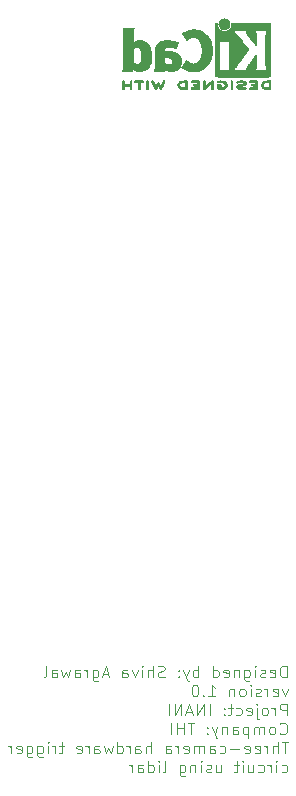
<source format=gbo>
%TF.GenerationSoftware,KiCad,Pcbnew,9.0.0*%
%TF.CreationDate,2025-04-01T16:17:38+02:00*%
%TF.ProjectId,three_camera_trigger_arduino,74687265-655f-4636-916d-6572615f7472,rev?*%
%TF.SameCoordinates,Original*%
%TF.FileFunction,Legend,Bot*%
%TF.FilePolarity,Positive*%
%FSLAX46Y46*%
G04 Gerber Fmt 4.6, Leading zero omitted, Abs format (unit mm)*
G04 Created by KiCad (PCBNEW 9.0.0) date 2025-04-01 16:17:38*
%MOMM*%
%LPD*%
G01*
G04 APERTURE LIST*
%ADD10C,0.100000*%
%ADD11C,0.010000*%
G04 APERTURE END LIST*
D10*
X122396115Y-130912755D02*
X122396115Y-129912755D01*
X122396115Y-129912755D02*
X122158020Y-129912755D01*
X122158020Y-129912755D02*
X122015163Y-129960374D01*
X122015163Y-129960374D02*
X121919925Y-130055612D01*
X121919925Y-130055612D02*
X121872306Y-130150850D01*
X121872306Y-130150850D02*
X121824687Y-130341326D01*
X121824687Y-130341326D02*
X121824687Y-130484183D01*
X121824687Y-130484183D02*
X121872306Y-130674659D01*
X121872306Y-130674659D02*
X121919925Y-130769897D01*
X121919925Y-130769897D02*
X122015163Y-130865136D01*
X122015163Y-130865136D02*
X122158020Y-130912755D01*
X122158020Y-130912755D02*
X122396115Y-130912755D01*
X121015163Y-130865136D02*
X121110401Y-130912755D01*
X121110401Y-130912755D02*
X121300877Y-130912755D01*
X121300877Y-130912755D02*
X121396115Y-130865136D01*
X121396115Y-130865136D02*
X121443734Y-130769897D01*
X121443734Y-130769897D02*
X121443734Y-130388945D01*
X121443734Y-130388945D02*
X121396115Y-130293707D01*
X121396115Y-130293707D02*
X121300877Y-130246088D01*
X121300877Y-130246088D02*
X121110401Y-130246088D01*
X121110401Y-130246088D02*
X121015163Y-130293707D01*
X121015163Y-130293707D02*
X120967544Y-130388945D01*
X120967544Y-130388945D02*
X120967544Y-130484183D01*
X120967544Y-130484183D02*
X121443734Y-130579421D01*
X120586591Y-130865136D02*
X120491353Y-130912755D01*
X120491353Y-130912755D02*
X120300877Y-130912755D01*
X120300877Y-130912755D02*
X120205639Y-130865136D01*
X120205639Y-130865136D02*
X120158020Y-130769897D01*
X120158020Y-130769897D02*
X120158020Y-130722278D01*
X120158020Y-130722278D02*
X120205639Y-130627040D01*
X120205639Y-130627040D02*
X120300877Y-130579421D01*
X120300877Y-130579421D02*
X120443734Y-130579421D01*
X120443734Y-130579421D02*
X120538972Y-130531802D01*
X120538972Y-130531802D02*
X120586591Y-130436564D01*
X120586591Y-130436564D02*
X120586591Y-130388945D01*
X120586591Y-130388945D02*
X120538972Y-130293707D01*
X120538972Y-130293707D02*
X120443734Y-130246088D01*
X120443734Y-130246088D02*
X120300877Y-130246088D01*
X120300877Y-130246088D02*
X120205639Y-130293707D01*
X119729448Y-130912755D02*
X119729448Y-130246088D01*
X119729448Y-129912755D02*
X119777067Y-129960374D01*
X119777067Y-129960374D02*
X119729448Y-130007993D01*
X119729448Y-130007993D02*
X119681829Y-129960374D01*
X119681829Y-129960374D02*
X119729448Y-129912755D01*
X119729448Y-129912755D02*
X119729448Y-130007993D01*
X118824687Y-130246088D02*
X118824687Y-131055612D01*
X118824687Y-131055612D02*
X118872306Y-131150850D01*
X118872306Y-131150850D02*
X118919925Y-131198469D01*
X118919925Y-131198469D02*
X119015163Y-131246088D01*
X119015163Y-131246088D02*
X119158020Y-131246088D01*
X119158020Y-131246088D02*
X119253258Y-131198469D01*
X118824687Y-130865136D02*
X118919925Y-130912755D01*
X118919925Y-130912755D02*
X119110401Y-130912755D01*
X119110401Y-130912755D02*
X119205639Y-130865136D01*
X119205639Y-130865136D02*
X119253258Y-130817516D01*
X119253258Y-130817516D02*
X119300877Y-130722278D01*
X119300877Y-130722278D02*
X119300877Y-130436564D01*
X119300877Y-130436564D02*
X119253258Y-130341326D01*
X119253258Y-130341326D02*
X119205639Y-130293707D01*
X119205639Y-130293707D02*
X119110401Y-130246088D01*
X119110401Y-130246088D02*
X118919925Y-130246088D01*
X118919925Y-130246088D02*
X118824687Y-130293707D01*
X118348496Y-130246088D02*
X118348496Y-130912755D01*
X118348496Y-130341326D02*
X118300877Y-130293707D01*
X118300877Y-130293707D02*
X118205639Y-130246088D01*
X118205639Y-130246088D02*
X118062782Y-130246088D01*
X118062782Y-130246088D02*
X117967544Y-130293707D01*
X117967544Y-130293707D02*
X117919925Y-130388945D01*
X117919925Y-130388945D02*
X117919925Y-130912755D01*
X117062782Y-130865136D02*
X117158020Y-130912755D01*
X117158020Y-130912755D02*
X117348496Y-130912755D01*
X117348496Y-130912755D02*
X117443734Y-130865136D01*
X117443734Y-130865136D02*
X117491353Y-130769897D01*
X117491353Y-130769897D02*
X117491353Y-130388945D01*
X117491353Y-130388945D02*
X117443734Y-130293707D01*
X117443734Y-130293707D02*
X117348496Y-130246088D01*
X117348496Y-130246088D02*
X117158020Y-130246088D01*
X117158020Y-130246088D02*
X117062782Y-130293707D01*
X117062782Y-130293707D02*
X117015163Y-130388945D01*
X117015163Y-130388945D02*
X117015163Y-130484183D01*
X117015163Y-130484183D02*
X117491353Y-130579421D01*
X116158020Y-130912755D02*
X116158020Y-129912755D01*
X116158020Y-130865136D02*
X116253258Y-130912755D01*
X116253258Y-130912755D02*
X116443734Y-130912755D01*
X116443734Y-130912755D02*
X116538972Y-130865136D01*
X116538972Y-130865136D02*
X116586591Y-130817516D01*
X116586591Y-130817516D02*
X116634210Y-130722278D01*
X116634210Y-130722278D02*
X116634210Y-130436564D01*
X116634210Y-130436564D02*
X116586591Y-130341326D01*
X116586591Y-130341326D02*
X116538972Y-130293707D01*
X116538972Y-130293707D02*
X116443734Y-130246088D01*
X116443734Y-130246088D02*
X116253258Y-130246088D01*
X116253258Y-130246088D02*
X116158020Y-130293707D01*
X114919924Y-130912755D02*
X114919924Y-129912755D01*
X114919924Y-130293707D02*
X114824686Y-130246088D01*
X114824686Y-130246088D02*
X114634210Y-130246088D01*
X114634210Y-130246088D02*
X114538972Y-130293707D01*
X114538972Y-130293707D02*
X114491353Y-130341326D01*
X114491353Y-130341326D02*
X114443734Y-130436564D01*
X114443734Y-130436564D02*
X114443734Y-130722278D01*
X114443734Y-130722278D02*
X114491353Y-130817516D01*
X114491353Y-130817516D02*
X114538972Y-130865136D01*
X114538972Y-130865136D02*
X114634210Y-130912755D01*
X114634210Y-130912755D02*
X114824686Y-130912755D01*
X114824686Y-130912755D02*
X114919924Y-130865136D01*
X114110400Y-130246088D02*
X113872305Y-130912755D01*
X113634210Y-130246088D02*
X113872305Y-130912755D01*
X113872305Y-130912755D02*
X113967543Y-131150850D01*
X113967543Y-131150850D02*
X114015162Y-131198469D01*
X114015162Y-131198469D02*
X114110400Y-131246088D01*
X113253257Y-130817516D02*
X113205638Y-130865136D01*
X113205638Y-130865136D02*
X113253257Y-130912755D01*
X113253257Y-130912755D02*
X113300876Y-130865136D01*
X113300876Y-130865136D02*
X113253257Y-130817516D01*
X113253257Y-130817516D02*
X113253257Y-130912755D01*
X113253257Y-130293707D02*
X113205638Y-130341326D01*
X113205638Y-130341326D02*
X113253257Y-130388945D01*
X113253257Y-130388945D02*
X113300876Y-130341326D01*
X113300876Y-130341326D02*
X113253257Y-130293707D01*
X113253257Y-130293707D02*
X113253257Y-130388945D01*
X112062781Y-130865136D02*
X111919924Y-130912755D01*
X111919924Y-130912755D02*
X111681829Y-130912755D01*
X111681829Y-130912755D02*
X111586591Y-130865136D01*
X111586591Y-130865136D02*
X111538972Y-130817516D01*
X111538972Y-130817516D02*
X111491353Y-130722278D01*
X111491353Y-130722278D02*
X111491353Y-130627040D01*
X111491353Y-130627040D02*
X111538972Y-130531802D01*
X111538972Y-130531802D02*
X111586591Y-130484183D01*
X111586591Y-130484183D02*
X111681829Y-130436564D01*
X111681829Y-130436564D02*
X111872305Y-130388945D01*
X111872305Y-130388945D02*
X111967543Y-130341326D01*
X111967543Y-130341326D02*
X112015162Y-130293707D01*
X112015162Y-130293707D02*
X112062781Y-130198469D01*
X112062781Y-130198469D02*
X112062781Y-130103231D01*
X112062781Y-130103231D02*
X112015162Y-130007993D01*
X112015162Y-130007993D02*
X111967543Y-129960374D01*
X111967543Y-129960374D02*
X111872305Y-129912755D01*
X111872305Y-129912755D02*
X111634210Y-129912755D01*
X111634210Y-129912755D02*
X111491353Y-129960374D01*
X111062781Y-130912755D02*
X111062781Y-129912755D01*
X110634210Y-130912755D02*
X110634210Y-130388945D01*
X110634210Y-130388945D02*
X110681829Y-130293707D01*
X110681829Y-130293707D02*
X110777067Y-130246088D01*
X110777067Y-130246088D02*
X110919924Y-130246088D01*
X110919924Y-130246088D02*
X111015162Y-130293707D01*
X111015162Y-130293707D02*
X111062781Y-130341326D01*
X110158019Y-130912755D02*
X110158019Y-130246088D01*
X110158019Y-129912755D02*
X110205638Y-129960374D01*
X110205638Y-129960374D02*
X110158019Y-130007993D01*
X110158019Y-130007993D02*
X110110400Y-129960374D01*
X110110400Y-129960374D02*
X110158019Y-129912755D01*
X110158019Y-129912755D02*
X110158019Y-130007993D01*
X109777067Y-130246088D02*
X109538972Y-130912755D01*
X109538972Y-130912755D02*
X109300877Y-130246088D01*
X108491353Y-130912755D02*
X108491353Y-130388945D01*
X108491353Y-130388945D02*
X108538972Y-130293707D01*
X108538972Y-130293707D02*
X108634210Y-130246088D01*
X108634210Y-130246088D02*
X108824686Y-130246088D01*
X108824686Y-130246088D02*
X108919924Y-130293707D01*
X108491353Y-130865136D02*
X108586591Y-130912755D01*
X108586591Y-130912755D02*
X108824686Y-130912755D01*
X108824686Y-130912755D02*
X108919924Y-130865136D01*
X108919924Y-130865136D02*
X108967543Y-130769897D01*
X108967543Y-130769897D02*
X108967543Y-130674659D01*
X108967543Y-130674659D02*
X108919924Y-130579421D01*
X108919924Y-130579421D02*
X108824686Y-130531802D01*
X108824686Y-130531802D02*
X108586591Y-130531802D01*
X108586591Y-130531802D02*
X108491353Y-130484183D01*
X107300876Y-130627040D02*
X106824686Y-130627040D01*
X107396114Y-130912755D02*
X107062781Y-129912755D01*
X107062781Y-129912755D02*
X106729448Y-130912755D01*
X105967543Y-130246088D02*
X105967543Y-131055612D01*
X105967543Y-131055612D02*
X106015162Y-131150850D01*
X106015162Y-131150850D02*
X106062781Y-131198469D01*
X106062781Y-131198469D02*
X106158019Y-131246088D01*
X106158019Y-131246088D02*
X106300876Y-131246088D01*
X106300876Y-131246088D02*
X106396114Y-131198469D01*
X105967543Y-130865136D02*
X106062781Y-130912755D01*
X106062781Y-130912755D02*
X106253257Y-130912755D01*
X106253257Y-130912755D02*
X106348495Y-130865136D01*
X106348495Y-130865136D02*
X106396114Y-130817516D01*
X106396114Y-130817516D02*
X106443733Y-130722278D01*
X106443733Y-130722278D02*
X106443733Y-130436564D01*
X106443733Y-130436564D02*
X106396114Y-130341326D01*
X106396114Y-130341326D02*
X106348495Y-130293707D01*
X106348495Y-130293707D02*
X106253257Y-130246088D01*
X106253257Y-130246088D02*
X106062781Y-130246088D01*
X106062781Y-130246088D02*
X105967543Y-130293707D01*
X105491352Y-130912755D02*
X105491352Y-130246088D01*
X105491352Y-130436564D02*
X105443733Y-130341326D01*
X105443733Y-130341326D02*
X105396114Y-130293707D01*
X105396114Y-130293707D02*
X105300876Y-130246088D01*
X105300876Y-130246088D02*
X105205638Y-130246088D01*
X104443733Y-130912755D02*
X104443733Y-130388945D01*
X104443733Y-130388945D02*
X104491352Y-130293707D01*
X104491352Y-130293707D02*
X104586590Y-130246088D01*
X104586590Y-130246088D02*
X104777066Y-130246088D01*
X104777066Y-130246088D02*
X104872304Y-130293707D01*
X104443733Y-130865136D02*
X104538971Y-130912755D01*
X104538971Y-130912755D02*
X104777066Y-130912755D01*
X104777066Y-130912755D02*
X104872304Y-130865136D01*
X104872304Y-130865136D02*
X104919923Y-130769897D01*
X104919923Y-130769897D02*
X104919923Y-130674659D01*
X104919923Y-130674659D02*
X104872304Y-130579421D01*
X104872304Y-130579421D02*
X104777066Y-130531802D01*
X104777066Y-130531802D02*
X104538971Y-130531802D01*
X104538971Y-130531802D02*
X104443733Y-130484183D01*
X104062780Y-130246088D02*
X103872304Y-130912755D01*
X103872304Y-130912755D02*
X103681828Y-130436564D01*
X103681828Y-130436564D02*
X103491352Y-130912755D01*
X103491352Y-130912755D02*
X103300876Y-130246088D01*
X102491352Y-130912755D02*
X102491352Y-130388945D01*
X102491352Y-130388945D02*
X102538971Y-130293707D01*
X102538971Y-130293707D02*
X102634209Y-130246088D01*
X102634209Y-130246088D02*
X102824685Y-130246088D01*
X102824685Y-130246088D02*
X102919923Y-130293707D01*
X102491352Y-130865136D02*
X102586590Y-130912755D01*
X102586590Y-130912755D02*
X102824685Y-130912755D01*
X102824685Y-130912755D02*
X102919923Y-130865136D01*
X102919923Y-130865136D02*
X102967542Y-130769897D01*
X102967542Y-130769897D02*
X102967542Y-130674659D01*
X102967542Y-130674659D02*
X102919923Y-130579421D01*
X102919923Y-130579421D02*
X102824685Y-130531802D01*
X102824685Y-130531802D02*
X102586590Y-130531802D01*
X102586590Y-130531802D02*
X102491352Y-130484183D01*
X101872304Y-130912755D02*
X101967542Y-130865136D01*
X101967542Y-130865136D02*
X102015161Y-130769897D01*
X102015161Y-130769897D02*
X102015161Y-129912755D01*
X122491353Y-131856032D02*
X122253258Y-132522699D01*
X122253258Y-132522699D02*
X122015163Y-131856032D01*
X121253258Y-132475080D02*
X121348496Y-132522699D01*
X121348496Y-132522699D02*
X121538972Y-132522699D01*
X121538972Y-132522699D02*
X121634210Y-132475080D01*
X121634210Y-132475080D02*
X121681829Y-132379841D01*
X121681829Y-132379841D02*
X121681829Y-131998889D01*
X121681829Y-131998889D02*
X121634210Y-131903651D01*
X121634210Y-131903651D02*
X121538972Y-131856032D01*
X121538972Y-131856032D02*
X121348496Y-131856032D01*
X121348496Y-131856032D02*
X121253258Y-131903651D01*
X121253258Y-131903651D02*
X121205639Y-131998889D01*
X121205639Y-131998889D02*
X121205639Y-132094127D01*
X121205639Y-132094127D02*
X121681829Y-132189365D01*
X120777067Y-132522699D02*
X120777067Y-131856032D01*
X120777067Y-132046508D02*
X120729448Y-131951270D01*
X120729448Y-131951270D02*
X120681829Y-131903651D01*
X120681829Y-131903651D02*
X120586591Y-131856032D01*
X120586591Y-131856032D02*
X120491353Y-131856032D01*
X120205638Y-132475080D02*
X120110400Y-132522699D01*
X120110400Y-132522699D02*
X119919924Y-132522699D01*
X119919924Y-132522699D02*
X119824686Y-132475080D01*
X119824686Y-132475080D02*
X119777067Y-132379841D01*
X119777067Y-132379841D02*
X119777067Y-132332222D01*
X119777067Y-132332222D02*
X119824686Y-132236984D01*
X119824686Y-132236984D02*
X119919924Y-132189365D01*
X119919924Y-132189365D02*
X120062781Y-132189365D01*
X120062781Y-132189365D02*
X120158019Y-132141746D01*
X120158019Y-132141746D02*
X120205638Y-132046508D01*
X120205638Y-132046508D02*
X120205638Y-131998889D01*
X120205638Y-131998889D02*
X120158019Y-131903651D01*
X120158019Y-131903651D02*
X120062781Y-131856032D01*
X120062781Y-131856032D02*
X119919924Y-131856032D01*
X119919924Y-131856032D02*
X119824686Y-131903651D01*
X119348495Y-132522699D02*
X119348495Y-131856032D01*
X119348495Y-131522699D02*
X119396114Y-131570318D01*
X119396114Y-131570318D02*
X119348495Y-131617937D01*
X119348495Y-131617937D02*
X119300876Y-131570318D01*
X119300876Y-131570318D02*
X119348495Y-131522699D01*
X119348495Y-131522699D02*
X119348495Y-131617937D01*
X118729448Y-132522699D02*
X118824686Y-132475080D01*
X118824686Y-132475080D02*
X118872305Y-132427460D01*
X118872305Y-132427460D02*
X118919924Y-132332222D01*
X118919924Y-132332222D02*
X118919924Y-132046508D01*
X118919924Y-132046508D02*
X118872305Y-131951270D01*
X118872305Y-131951270D02*
X118824686Y-131903651D01*
X118824686Y-131903651D02*
X118729448Y-131856032D01*
X118729448Y-131856032D02*
X118586591Y-131856032D01*
X118586591Y-131856032D02*
X118491353Y-131903651D01*
X118491353Y-131903651D02*
X118443734Y-131951270D01*
X118443734Y-131951270D02*
X118396115Y-132046508D01*
X118396115Y-132046508D02*
X118396115Y-132332222D01*
X118396115Y-132332222D02*
X118443734Y-132427460D01*
X118443734Y-132427460D02*
X118491353Y-132475080D01*
X118491353Y-132475080D02*
X118586591Y-132522699D01*
X118586591Y-132522699D02*
X118729448Y-132522699D01*
X117967543Y-131856032D02*
X117967543Y-132522699D01*
X117967543Y-131951270D02*
X117919924Y-131903651D01*
X117919924Y-131903651D02*
X117824686Y-131856032D01*
X117824686Y-131856032D02*
X117681829Y-131856032D01*
X117681829Y-131856032D02*
X117586591Y-131903651D01*
X117586591Y-131903651D02*
X117538972Y-131998889D01*
X117538972Y-131998889D02*
X117538972Y-132522699D01*
X115777067Y-132522699D02*
X116348495Y-132522699D01*
X116062781Y-132522699D02*
X116062781Y-131522699D01*
X116062781Y-131522699D02*
X116158019Y-131665556D01*
X116158019Y-131665556D02*
X116253257Y-131760794D01*
X116253257Y-131760794D02*
X116348495Y-131808413D01*
X115348495Y-132427460D02*
X115300876Y-132475080D01*
X115300876Y-132475080D02*
X115348495Y-132522699D01*
X115348495Y-132522699D02*
X115396114Y-132475080D01*
X115396114Y-132475080D02*
X115348495Y-132427460D01*
X115348495Y-132427460D02*
X115348495Y-132522699D01*
X114681829Y-131522699D02*
X114586591Y-131522699D01*
X114586591Y-131522699D02*
X114491353Y-131570318D01*
X114491353Y-131570318D02*
X114443734Y-131617937D01*
X114443734Y-131617937D02*
X114396115Y-131713175D01*
X114396115Y-131713175D02*
X114348496Y-131903651D01*
X114348496Y-131903651D02*
X114348496Y-132141746D01*
X114348496Y-132141746D02*
X114396115Y-132332222D01*
X114396115Y-132332222D02*
X114443734Y-132427460D01*
X114443734Y-132427460D02*
X114491353Y-132475080D01*
X114491353Y-132475080D02*
X114586591Y-132522699D01*
X114586591Y-132522699D02*
X114681829Y-132522699D01*
X114681829Y-132522699D02*
X114777067Y-132475080D01*
X114777067Y-132475080D02*
X114824686Y-132427460D01*
X114824686Y-132427460D02*
X114872305Y-132332222D01*
X114872305Y-132332222D02*
X114919924Y-132141746D01*
X114919924Y-132141746D02*
X114919924Y-131903651D01*
X114919924Y-131903651D02*
X114872305Y-131713175D01*
X114872305Y-131713175D02*
X114824686Y-131617937D01*
X114824686Y-131617937D02*
X114777067Y-131570318D01*
X114777067Y-131570318D02*
X114681829Y-131522699D01*
X122396115Y-134132643D02*
X122396115Y-133132643D01*
X122396115Y-133132643D02*
X122015163Y-133132643D01*
X122015163Y-133132643D02*
X121919925Y-133180262D01*
X121919925Y-133180262D02*
X121872306Y-133227881D01*
X121872306Y-133227881D02*
X121824687Y-133323119D01*
X121824687Y-133323119D02*
X121824687Y-133465976D01*
X121824687Y-133465976D02*
X121872306Y-133561214D01*
X121872306Y-133561214D02*
X121919925Y-133608833D01*
X121919925Y-133608833D02*
X122015163Y-133656452D01*
X122015163Y-133656452D02*
X122396115Y-133656452D01*
X121396115Y-134132643D02*
X121396115Y-133465976D01*
X121396115Y-133656452D02*
X121348496Y-133561214D01*
X121348496Y-133561214D02*
X121300877Y-133513595D01*
X121300877Y-133513595D02*
X121205639Y-133465976D01*
X121205639Y-133465976D02*
X121110401Y-133465976D01*
X120634210Y-134132643D02*
X120729448Y-134085024D01*
X120729448Y-134085024D02*
X120777067Y-134037404D01*
X120777067Y-134037404D02*
X120824686Y-133942166D01*
X120824686Y-133942166D02*
X120824686Y-133656452D01*
X120824686Y-133656452D02*
X120777067Y-133561214D01*
X120777067Y-133561214D02*
X120729448Y-133513595D01*
X120729448Y-133513595D02*
X120634210Y-133465976D01*
X120634210Y-133465976D02*
X120491353Y-133465976D01*
X120491353Y-133465976D02*
X120396115Y-133513595D01*
X120396115Y-133513595D02*
X120348496Y-133561214D01*
X120348496Y-133561214D02*
X120300877Y-133656452D01*
X120300877Y-133656452D02*
X120300877Y-133942166D01*
X120300877Y-133942166D02*
X120348496Y-134037404D01*
X120348496Y-134037404D02*
X120396115Y-134085024D01*
X120396115Y-134085024D02*
X120491353Y-134132643D01*
X120491353Y-134132643D02*
X120634210Y-134132643D01*
X119872305Y-133465976D02*
X119872305Y-134323119D01*
X119872305Y-134323119D02*
X119919924Y-134418357D01*
X119919924Y-134418357D02*
X120015162Y-134465976D01*
X120015162Y-134465976D02*
X120062781Y-134465976D01*
X119872305Y-133132643D02*
X119919924Y-133180262D01*
X119919924Y-133180262D02*
X119872305Y-133227881D01*
X119872305Y-133227881D02*
X119824686Y-133180262D01*
X119824686Y-133180262D02*
X119872305Y-133132643D01*
X119872305Y-133132643D02*
X119872305Y-133227881D01*
X119015163Y-134085024D02*
X119110401Y-134132643D01*
X119110401Y-134132643D02*
X119300877Y-134132643D01*
X119300877Y-134132643D02*
X119396115Y-134085024D01*
X119396115Y-134085024D02*
X119443734Y-133989785D01*
X119443734Y-133989785D02*
X119443734Y-133608833D01*
X119443734Y-133608833D02*
X119396115Y-133513595D01*
X119396115Y-133513595D02*
X119300877Y-133465976D01*
X119300877Y-133465976D02*
X119110401Y-133465976D01*
X119110401Y-133465976D02*
X119015163Y-133513595D01*
X119015163Y-133513595D02*
X118967544Y-133608833D01*
X118967544Y-133608833D02*
X118967544Y-133704071D01*
X118967544Y-133704071D02*
X119443734Y-133799309D01*
X118110401Y-134085024D02*
X118205639Y-134132643D01*
X118205639Y-134132643D02*
X118396115Y-134132643D01*
X118396115Y-134132643D02*
X118491353Y-134085024D01*
X118491353Y-134085024D02*
X118538972Y-134037404D01*
X118538972Y-134037404D02*
X118586591Y-133942166D01*
X118586591Y-133942166D02*
X118586591Y-133656452D01*
X118586591Y-133656452D02*
X118538972Y-133561214D01*
X118538972Y-133561214D02*
X118491353Y-133513595D01*
X118491353Y-133513595D02*
X118396115Y-133465976D01*
X118396115Y-133465976D02*
X118205639Y-133465976D01*
X118205639Y-133465976D02*
X118110401Y-133513595D01*
X117824686Y-133465976D02*
X117443734Y-133465976D01*
X117681829Y-133132643D02*
X117681829Y-133989785D01*
X117681829Y-133989785D02*
X117634210Y-134085024D01*
X117634210Y-134085024D02*
X117538972Y-134132643D01*
X117538972Y-134132643D02*
X117443734Y-134132643D01*
X117110400Y-134037404D02*
X117062781Y-134085024D01*
X117062781Y-134085024D02*
X117110400Y-134132643D01*
X117110400Y-134132643D02*
X117158019Y-134085024D01*
X117158019Y-134085024D02*
X117110400Y-134037404D01*
X117110400Y-134037404D02*
X117110400Y-134132643D01*
X117110400Y-133513595D02*
X117062781Y-133561214D01*
X117062781Y-133561214D02*
X117110400Y-133608833D01*
X117110400Y-133608833D02*
X117158019Y-133561214D01*
X117158019Y-133561214D02*
X117110400Y-133513595D01*
X117110400Y-133513595D02*
X117110400Y-133608833D01*
X115872305Y-134132643D02*
X115872305Y-133132643D01*
X115396115Y-134132643D02*
X115396115Y-133132643D01*
X115396115Y-133132643D02*
X114824687Y-134132643D01*
X114824687Y-134132643D02*
X114824687Y-133132643D01*
X114396115Y-133846928D02*
X113919925Y-133846928D01*
X114491353Y-134132643D02*
X114158020Y-133132643D01*
X114158020Y-133132643D02*
X113824687Y-134132643D01*
X113491353Y-134132643D02*
X113491353Y-133132643D01*
X113491353Y-133132643D02*
X112919925Y-134132643D01*
X112919925Y-134132643D02*
X112919925Y-133132643D01*
X112443734Y-134132643D02*
X112443734Y-133132643D01*
X121824687Y-135647348D02*
X121872306Y-135694968D01*
X121872306Y-135694968D02*
X122015163Y-135742587D01*
X122015163Y-135742587D02*
X122110401Y-135742587D01*
X122110401Y-135742587D02*
X122253258Y-135694968D01*
X122253258Y-135694968D02*
X122348496Y-135599729D01*
X122348496Y-135599729D02*
X122396115Y-135504491D01*
X122396115Y-135504491D02*
X122443734Y-135314015D01*
X122443734Y-135314015D02*
X122443734Y-135171158D01*
X122443734Y-135171158D02*
X122396115Y-134980682D01*
X122396115Y-134980682D02*
X122348496Y-134885444D01*
X122348496Y-134885444D02*
X122253258Y-134790206D01*
X122253258Y-134790206D02*
X122110401Y-134742587D01*
X122110401Y-134742587D02*
X122015163Y-134742587D01*
X122015163Y-134742587D02*
X121872306Y-134790206D01*
X121872306Y-134790206D02*
X121824687Y-134837825D01*
X121253258Y-135742587D02*
X121348496Y-135694968D01*
X121348496Y-135694968D02*
X121396115Y-135647348D01*
X121396115Y-135647348D02*
X121443734Y-135552110D01*
X121443734Y-135552110D02*
X121443734Y-135266396D01*
X121443734Y-135266396D02*
X121396115Y-135171158D01*
X121396115Y-135171158D02*
X121348496Y-135123539D01*
X121348496Y-135123539D02*
X121253258Y-135075920D01*
X121253258Y-135075920D02*
X121110401Y-135075920D01*
X121110401Y-135075920D02*
X121015163Y-135123539D01*
X121015163Y-135123539D02*
X120967544Y-135171158D01*
X120967544Y-135171158D02*
X120919925Y-135266396D01*
X120919925Y-135266396D02*
X120919925Y-135552110D01*
X120919925Y-135552110D02*
X120967544Y-135647348D01*
X120967544Y-135647348D02*
X121015163Y-135694968D01*
X121015163Y-135694968D02*
X121110401Y-135742587D01*
X121110401Y-135742587D02*
X121253258Y-135742587D01*
X120491353Y-135742587D02*
X120491353Y-135075920D01*
X120491353Y-135171158D02*
X120443734Y-135123539D01*
X120443734Y-135123539D02*
X120348496Y-135075920D01*
X120348496Y-135075920D02*
X120205639Y-135075920D01*
X120205639Y-135075920D02*
X120110401Y-135123539D01*
X120110401Y-135123539D02*
X120062782Y-135218777D01*
X120062782Y-135218777D02*
X120062782Y-135742587D01*
X120062782Y-135218777D02*
X120015163Y-135123539D01*
X120015163Y-135123539D02*
X119919925Y-135075920D01*
X119919925Y-135075920D02*
X119777068Y-135075920D01*
X119777068Y-135075920D02*
X119681829Y-135123539D01*
X119681829Y-135123539D02*
X119634210Y-135218777D01*
X119634210Y-135218777D02*
X119634210Y-135742587D01*
X119158020Y-135075920D02*
X119158020Y-136075920D01*
X119158020Y-135123539D02*
X119062782Y-135075920D01*
X119062782Y-135075920D02*
X118872306Y-135075920D01*
X118872306Y-135075920D02*
X118777068Y-135123539D01*
X118777068Y-135123539D02*
X118729449Y-135171158D01*
X118729449Y-135171158D02*
X118681830Y-135266396D01*
X118681830Y-135266396D02*
X118681830Y-135552110D01*
X118681830Y-135552110D02*
X118729449Y-135647348D01*
X118729449Y-135647348D02*
X118777068Y-135694968D01*
X118777068Y-135694968D02*
X118872306Y-135742587D01*
X118872306Y-135742587D02*
X119062782Y-135742587D01*
X119062782Y-135742587D02*
X119158020Y-135694968D01*
X117824687Y-135742587D02*
X117824687Y-135218777D01*
X117824687Y-135218777D02*
X117872306Y-135123539D01*
X117872306Y-135123539D02*
X117967544Y-135075920D01*
X117967544Y-135075920D02*
X118158020Y-135075920D01*
X118158020Y-135075920D02*
X118253258Y-135123539D01*
X117824687Y-135694968D02*
X117919925Y-135742587D01*
X117919925Y-135742587D02*
X118158020Y-135742587D01*
X118158020Y-135742587D02*
X118253258Y-135694968D01*
X118253258Y-135694968D02*
X118300877Y-135599729D01*
X118300877Y-135599729D02*
X118300877Y-135504491D01*
X118300877Y-135504491D02*
X118253258Y-135409253D01*
X118253258Y-135409253D02*
X118158020Y-135361634D01*
X118158020Y-135361634D02*
X117919925Y-135361634D01*
X117919925Y-135361634D02*
X117824687Y-135314015D01*
X117348496Y-135075920D02*
X117348496Y-135742587D01*
X117348496Y-135171158D02*
X117300877Y-135123539D01*
X117300877Y-135123539D02*
X117205639Y-135075920D01*
X117205639Y-135075920D02*
X117062782Y-135075920D01*
X117062782Y-135075920D02*
X116967544Y-135123539D01*
X116967544Y-135123539D02*
X116919925Y-135218777D01*
X116919925Y-135218777D02*
X116919925Y-135742587D01*
X116538972Y-135075920D02*
X116300877Y-135742587D01*
X116062782Y-135075920D02*
X116300877Y-135742587D01*
X116300877Y-135742587D02*
X116396115Y-135980682D01*
X116396115Y-135980682D02*
X116443734Y-136028301D01*
X116443734Y-136028301D02*
X116538972Y-136075920D01*
X115681829Y-135647348D02*
X115634210Y-135694968D01*
X115634210Y-135694968D02*
X115681829Y-135742587D01*
X115681829Y-135742587D02*
X115729448Y-135694968D01*
X115729448Y-135694968D02*
X115681829Y-135647348D01*
X115681829Y-135647348D02*
X115681829Y-135742587D01*
X115681829Y-135123539D02*
X115634210Y-135171158D01*
X115634210Y-135171158D02*
X115681829Y-135218777D01*
X115681829Y-135218777D02*
X115729448Y-135171158D01*
X115729448Y-135171158D02*
X115681829Y-135123539D01*
X115681829Y-135123539D02*
X115681829Y-135218777D01*
X114586591Y-134742587D02*
X114015163Y-134742587D01*
X114300877Y-135742587D02*
X114300877Y-134742587D01*
X113681829Y-135742587D02*
X113681829Y-134742587D01*
X113681829Y-135218777D02*
X113110401Y-135218777D01*
X113110401Y-135742587D02*
X113110401Y-134742587D01*
X112634210Y-135742587D02*
X112634210Y-134742587D01*
X122538972Y-136352531D02*
X121967544Y-136352531D01*
X122253258Y-137352531D02*
X122253258Y-136352531D01*
X121634210Y-137352531D02*
X121634210Y-136352531D01*
X121205639Y-137352531D02*
X121205639Y-136828721D01*
X121205639Y-136828721D02*
X121253258Y-136733483D01*
X121253258Y-136733483D02*
X121348496Y-136685864D01*
X121348496Y-136685864D02*
X121491353Y-136685864D01*
X121491353Y-136685864D02*
X121586591Y-136733483D01*
X121586591Y-136733483D02*
X121634210Y-136781102D01*
X120729448Y-137352531D02*
X120729448Y-136685864D01*
X120729448Y-136876340D02*
X120681829Y-136781102D01*
X120681829Y-136781102D02*
X120634210Y-136733483D01*
X120634210Y-136733483D02*
X120538972Y-136685864D01*
X120538972Y-136685864D02*
X120443734Y-136685864D01*
X119729448Y-137304912D02*
X119824686Y-137352531D01*
X119824686Y-137352531D02*
X120015162Y-137352531D01*
X120015162Y-137352531D02*
X120110400Y-137304912D01*
X120110400Y-137304912D02*
X120158019Y-137209673D01*
X120158019Y-137209673D02*
X120158019Y-136828721D01*
X120158019Y-136828721D02*
X120110400Y-136733483D01*
X120110400Y-136733483D02*
X120015162Y-136685864D01*
X120015162Y-136685864D02*
X119824686Y-136685864D01*
X119824686Y-136685864D02*
X119729448Y-136733483D01*
X119729448Y-136733483D02*
X119681829Y-136828721D01*
X119681829Y-136828721D02*
X119681829Y-136923959D01*
X119681829Y-136923959D02*
X120158019Y-137019197D01*
X118872305Y-137304912D02*
X118967543Y-137352531D01*
X118967543Y-137352531D02*
X119158019Y-137352531D01*
X119158019Y-137352531D02*
X119253257Y-137304912D01*
X119253257Y-137304912D02*
X119300876Y-137209673D01*
X119300876Y-137209673D02*
X119300876Y-136828721D01*
X119300876Y-136828721D02*
X119253257Y-136733483D01*
X119253257Y-136733483D02*
X119158019Y-136685864D01*
X119158019Y-136685864D02*
X118967543Y-136685864D01*
X118967543Y-136685864D02*
X118872305Y-136733483D01*
X118872305Y-136733483D02*
X118824686Y-136828721D01*
X118824686Y-136828721D02*
X118824686Y-136923959D01*
X118824686Y-136923959D02*
X119300876Y-137019197D01*
X118396114Y-136971578D02*
X117634210Y-136971578D01*
X116729448Y-137304912D02*
X116824686Y-137352531D01*
X116824686Y-137352531D02*
X117015162Y-137352531D01*
X117015162Y-137352531D02*
X117110400Y-137304912D01*
X117110400Y-137304912D02*
X117158019Y-137257292D01*
X117158019Y-137257292D02*
X117205638Y-137162054D01*
X117205638Y-137162054D02*
X117205638Y-136876340D01*
X117205638Y-136876340D02*
X117158019Y-136781102D01*
X117158019Y-136781102D02*
X117110400Y-136733483D01*
X117110400Y-136733483D02*
X117015162Y-136685864D01*
X117015162Y-136685864D02*
X116824686Y-136685864D01*
X116824686Y-136685864D02*
X116729448Y-136733483D01*
X115872305Y-137352531D02*
X115872305Y-136828721D01*
X115872305Y-136828721D02*
X115919924Y-136733483D01*
X115919924Y-136733483D02*
X116015162Y-136685864D01*
X116015162Y-136685864D02*
X116205638Y-136685864D01*
X116205638Y-136685864D02*
X116300876Y-136733483D01*
X115872305Y-137304912D02*
X115967543Y-137352531D01*
X115967543Y-137352531D02*
X116205638Y-137352531D01*
X116205638Y-137352531D02*
X116300876Y-137304912D01*
X116300876Y-137304912D02*
X116348495Y-137209673D01*
X116348495Y-137209673D02*
X116348495Y-137114435D01*
X116348495Y-137114435D02*
X116300876Y-137019197D01*
X116300876Y-137019197D02*
X116205638Y-136971578D01*
X116205638Y-136971578D02*
X115967543Y-136971578D01*
X115967543Y-136971578D02*
X115872305Y-136923959D01*
X115396114Y-137352531D02*
X115396114Y-136685864D01*
X115396114Y-136781102D02*
X115348495Y-136733483D01*
X115348495Y-136733483D02*
X115253257Y-136685864D01*
X115253257Y-136685864D02*
X115110400Y-136685864D01*
X115110400Y-136685864D02*
X115015162Y-136733483D01*
X115015162Y-136733483D02*
X114967543Y-136828721D01*
X114967543Y-136828721D02*
X114967543Y-137352531D01*
X114967543Y-136828721D02*
X114919924Y-136733483D01*
X114919924Y-136733483D02*
X114824686Y-136685864D01*
X114824686Y-136685864D02*
X114681829Y-136685864D01*
X114681829Y-136685864D02*
X114586590Y-136733483D01*
X114586590Y-136733483D02*
X114538971Y-136828721D01*
X114538971Y-136828721D02*
X114538971Y-137352531D01*
X113681829Y-137304912D02*
X113777067Y-137352531D01*
X113777067Y-137352531D02*
X113967543Y-137352531D01*
X113967543Y-137352531D02*
X114062781Y-137304912D01*
X114062781Y-137304912D02*
X114110400Y-137209673D01*
X114110400Y-137209673D02*
X114110400Y-136828721D01*
X114110400Y-136828721D02*
X114062781Y-136733483D01*
X114062781Y-136733483D02*
X113967543Y-136685864D01*
X113967543Y-136685864D02*
X113777067Y-136685864D01*
X113777067Y-136685864D02*
X113681829Y-136733483D01*
X113681829Y-136733483D02*
X113634210Y-136828721D01*
X113634210Y-136828721D02*
X113634210Y-136923959D01*
X113634210Y-136923959D02*
X114110400Y-137019197D01*
X113205638Y-137352531D02*
X113205638Y-136685864D01*
X113205638Y-136876340D02*
X113158019Y-136781102D01*
X113158019Y-136781102D02*
X113110400Y-136733483D01*
X113110400Y-136733483D02*
X113015162Y-136685864D01*
X113015162Y-136685864D02*
X112919924Y-136685864D01*
X112158019Y-137352531D02*
X112158019Y-136828721D01*
X112158019Y-136828721D02*
X112205638Y-136733483D01*
X112205638Y-136733483D02*
X112300876Y-136685864D01*
X112300876Y-136685864D02*
X112491352Y-136685864D01*
X112491352Y-136685864D02*
X112586590Y-136733483D01*
X112158019Y-137304912D02*
X112253257Y-137352531D01*
X112253257Y-137352531D02*
X112491352Y-137352531D01*
X112491352Y-137352531D02*
X112586590Y-137304912D01*
X112586590Y-137304912D02*
X112634209Y-137209673D01*
X112634209Y-137209673D02*
X112634209Y-137114435D01*
X112634209Y-137114435D02*
X112586590Y-137019197D01*
X112586590Y-137019197D02*
X112491352Y-136971578D01*
X112491352Y-136971578D02*
X112253257Y-136971578D01*
X112253257Y-136971578D02*
X112158019Y-136923959D01*
X110919923Y-137352531D02*
X110919923Y-136352531D01*
X110491352Y-137352531D02*
X110491352Y-136828721D01*
X110491352Y-136828721D02*
X110538971Y-136733483D01*
X110538971Y-136733483D02*
X110634209Y-136685864D01*
X110634209Y-136685864D02*
X110777066Y-136685864D01*
X110777066Y-136685864D02*
X110872304Y-136733483D01*
X110872304Y-136733483D02*
X110919923Y-136781102D01*
X109586590Y-137352531D02*
X109586590Y-136828721D01*
X109586590Y-136828721D02*
X109634209Y-136733483D01*
X109634209Y-136733483D02*
X109729447Y-136685864D01*
X109729447Y-136685864D02*
X109919923Y-136685864D01*
X109919923Y-136685864D02*
X110015161Y-136733483D01*
X109586590Y-137304912D02*
X109681828Y-137352531D01*
X109681828Y-137352531D02*
X109919923Y-137352531D01*
X109919923Y-137352531D02*
X110015161Y-137304912D01*
X110015161Y-137304912D02*
X110062780Y-137209673D01*
X110062780Y-137209673D02*
X110062780Y-137114435D01*
X110062780Y-137114435D02*
X110015161Y-137019197D01*
X110015161Y-137019197D02*
X109919923Y-136971578D01*
X109919923Y-136971578D02*
X109681828Y-136971578D01*
X109681828Y-136971578D02*
X109586590Y-136923959D01*
X109110399Y-137352531D02*
X109110399Y-136685864D01*
X109110399Y-136876340D02*
X109062780Y-136781102D01*
X109062780Y-136781102D02*
X109015161Y-136733483D01*
X109015161Y-136733483D02*
X108919923Y-136685864D01*
X108919923Y-136685864D02*
X108824685Y-136685864D01*
X108062780Y-137352531D02*
X108062780Y-136352531D01*
X108062780Y-137304912D02*
X108158018Y-137352531D01*
X108158018Y-137352531D02*
X108348494Y-137352531D01*
X108348494Y-137352531D02*
X108443732Y-137304912D01*
X108443732Y-137304912D02*
X108491351Y-137257292D01*
X108491351Y-137257292D02*
X108538970Y-137162054D01*
X108538970Y-137162054D02*
X108538970Y-136876340D01*
X108538970Y-136876340D02*
X108491351Y-136781102D01*
X108491351Y-136781102D02*
X108443732Y-136733483D01*
X108443732Y-136733483D02*
X108348494Y-136685864D01*
X108348494Y-136685864D02*
X108158018Y-136685864D01*
X108158018Y-136685864D02*
X108062780Y-136733483D01*
X107681827Y-136685864D02*
X107491351Y-137352531D01*
X107491351Y-137352531D02*
X107300875Y-136876340D01*
X107300875Y-136876340D02*
X107110399Y-137352531D01*
X107110399Y-137352531D02*
X106919923Y-136685864D01*
X106110399Y-137352531D02*
X106110399Y-136828721D01*
X106110399Y-136828721D02*
X106158018Y-136733483D01*
X106158018Y-136733483D02*
X106253256Y-136685864D01*
X106253256Y-136685864D02*
X106443732Y-136685864D01*
X106443732Y-136685864D02*
X106538970Y-136733483D01*
X106110399Y-137304912D02*
X106205637Y-137352531D01*
X106205637Y-137352531D02*
X106443732Y-137352531D01*
X106443732Y-137352531D02*
X106538970Y-137304912D01*
X106538970Y-137304912D02*
X106586589Y-137209673D01*
X106586589Y-137209673D02*
X106586589Y-137114435D01*
X106586589Y-137114435D02*
X106538970Y-137019197D01*
X106538970Y-137019197D02*
X106443732Y-136971578D01*
X106443732Y-136971578D02*
X106205637Y-136971578D01*
X106205637Y-136971578D02*
X106110399Y-136923959D01*
X105634208Y-137352531D02*
X105634208Y-136685864D01*
X105634208Y-136876340D02*
X105586589Y-136781102D01*
X105586589Y-136781102D02*
X105538970Y-136733483D01*
X105538970Y-136733483D02*
X105443732Y-136685864D01*
X105443732Y-136685864D02*
X105348494Y-136685864D01*
X104634208Y-137304912D02*
X104729446Y-137352531D01*
X104729446Y-137352531D02*
X104919922Y-137352531D01*
X104919922Y-137352531D02*
X105015160Y-137304912D01*
X105015160Y-137304912D02*
X105062779Y-137209673D01*
X105062779Y-137209673D02*
X105062779Y-136828721D01*
X105062779Y-136828721D02*
X105015160Y-136733483D01*
X105015160Y-136733483D02*
X104919922Y-136685864D01*
X104919922Y-136685864D02*
X104729446Y-136685864D01*
X104729446Y-136685864D02*
X104634208Y-136733483D01*
X104634208Y-136733483D02*
X104586589Y-136828721D01*
X104586589Y-136828721D02*
X104586589Y-136923959D01*
X104586589Y-136923959D02*
X105062779Y-137019197D01*
X103538969Y-136685864D02*
X103158017Y-136685864D01*
X103396112Y-136352531D02*
X103396112Y-137209673D01*
X103396112Y-137209673D02*
X103348493Y-137304912D01*
X103348493Y-137304912D02*
X103253255Y-137352531D01*
X103253255Y-137352531D02*
X103158017Y-137352531D01*
X102824683Y-137352531D02*
X102824683Y-136685864D01*
X102824683Y-136876340D02*
X102777064Y-136781102D01*
X102777064Y-136781102D02*
X102729445Y-136733483D01*
X102729445Y-136733483D02*
X102634207Y-136685864D01*
X102634207Y-136685864D02*
X102538969Y-136685864D01*
X102205635Y-137352531D02*
X102205635Y-136685864D01*
X102205635Y-136352531D02*
X102253254Y-136400150D01*
X102253254Y-136400150D02*
X102205635Y-136447769D01*
X102205635Y-136447769D02*
X102158016Y-136400150D01*
X102158016Y-136400150D02*
X102205635Y-136352531D01*
X102205635Y-136352531D02*
X102205635Y-136447769D01*
X101300874Y-136685864D02*
X101300874Y-137495388D01*
X101300874Y-137495388D02*
X101348493Y-137590626D01*
X101348493Y-137590626D02*
X101396112Y-137638245D01*
X101396112Y-137638245D02*
X101491350Y-137685864D01*
X101491350Y-137685864D02*
X101634207Y-137685864D01*
X101634207Y-137685864D02*
X101729445Y-137638245D01*
X101300874Y-137304912D02*
X101396112Y-137352531D01*
X101396112Y-137352531D02*
X101586588Y-137352531D01*
X101586588Y-137352531D02*
X101681826Y-137304912D01*
X101681826Y-137304912D02*
X101729445Y-137257292D01*
X101729445Y-137257292D02*
X101777064Y-137162054D01*
X101777064Y-137162054D02*
X101777064Y-136876340D01*
X101777064Y-136876340D02*
X101729445Y-136781102D01*
X101729445Y-136781102D02*
X101681826Y-136733483D01*
X101681826Y-136733483D02*
X101586588Y-136685864D01*
X101586588Y-136685864D02*
X101396112Y-136685864D01*
X101396112Y-136685864D02*
X101300874Y-136733483D01*
X100396112Y-136685864D02*
X100396112Y-137495388D01*
X100396112Y-137495388D02*
X100443731Y-137590626D01*
X100443731Y-137590626D02*
X100491350Y-137638245D01*
X100491350Y-137638245D02*
X100586588Y-137685864D01*
X100586588Y-137685864D02*
X100729445Y-137685864D01*
X100729445Y-137685864D02*
X100824683Y-137638245D01*
X100396112Y-137304912D02*
X100491350Y-137352531D01*
X100491350Y-137352531D02*
X100681826Y-137352531D01*
X100681826Y-137352531D02*
X100777064Y-137304912D01*
X100777064Y-137304912D02*
X100824683Y-137257292D01*
X100824683Y-137257292D02*
X100872302Y-137162054D01*
X100872302Y-137162054D02*
X100872302Y-136876340D01*
X100872302Y-136876340D02*
X100824683Y-136781102D01*
X100824683Y-136781102D02*
X100777064Y-136733483D01*
X100777064Y-136733483D02*
X100681826Y-136685864D01*
X100681826Y-136685864D02*
X100491350Y-136685864D01*
X100491350Y-136685864D02*
X100396112Y-136733483D01*
X99538969Y-137304912D02*
X99634207Y-137352531D01*
X99634207Y-137352531D02*
X99824683Y-137352531D01*
X99824683Y-137352531D02*
X99919921Y-137304912D01*
X99919921Y-137304912D02*
X99967540Y-137209673D01*
X99967540Y-137209673D02*
X99967540Y-136828721D01*
X99967540Y-136828721D02*
X99919921Y-136733483D01*
X99919921Y-136733483D02*
X99824683Y-136685864D01*
X99824683Y-136685864D02*
X99634207Y-136685864D01*
X99634207Y-136685864D02*
X99538969Y-136733483D01*
X99538969Y-136733483D02*
X99491350Y-136828721D01*
X99491350Y-136828721D02*
X99491350Y-136923959D01*
X99491350Y-136923959D02*
X99967540Y-137019197D01*
X99062778Y-137352531D02*
X99062778Y-136685864D01*
X99062778Y-136876340D02*
X99015159Y-136781102D01*
X99015159Y-136781102D02*
X98967540Y-136733483D01*
X98967540Y-136733483D02*
X98872302Y-136685864D01*
X98872302Y-136685864D02*
X98777064Y-136685864D01*
X121967544Y-138914856D02*
X122062782Y-138962475D01*
X122062782Y-138962475D02*
X122253258Y-138962475D01*
X122253258Y-138962475D02*
X122348496Y-138914856D01*
X122348496Y-138914856D02*
X122396115Y-138867236D01*
X122396115Y-138867236D02*
X122443734Y-138771998D01*
X122443734Y-138771998D02*
X122443734Y-138486284D01*
X122443734Y-138486284D02*
X122396115Y-138391046D01*
X122396115Y-138391046D02*
X122348496Y-138343427D01*
X122348496Y-138343427D02*
X122253258Y-138295808D01*
X122253258Y-138295808D02*
X122062782Y-138295808D01*
X122062782Y-138295808D02*
X121967544Y-138343427D01*
X121538972Y-138962475D02*
X121538972Y-138295808D01*
X121538972Y-137962475D02*
X121586591Y-138010094D01*
X121586591Y-138010094D02*
X121538972Y-138057713D01*
X121538972Y-138057713D02*
X121491353Y-138010094D01*
X121491353Y-138010094D02*
X121538972Y-137962475D01*
X121538972Y-137962475D02*
X121538972Y-138057713D01*
X121062782Y-138962475D02*
X121062782Y-138295808D01*
X121062782Y-138486284D02*
X121015163Y-138391046D01*
X121015163Y-138391046D02*
X120967544Y-138343427D01*
X120967544Y-138343427D02*
X120872306Y-138295808D01*
X120872306Y-138295808D02*
X120777068Y-138295808D01*
X120015163Y-138914856D02*
X120110401Y-138962475D01*
X120110401Y-138962475D02*
X120300877Y-138962475D01*
X120300877Y-138962475D02*
X120396115Y-138914856D01*
X120396115Y-138914856D02*
X120443734Y-138867236D01*
X120443734Y-138867236D02*
X120491353Y-138771998D01*
X120491353Y-138771998D02*
X120491353Y-138486284D01*
X120491353Y-138486284D02*
X120443734Y-138391046D01*
X120443734Y-138391046D02*
X120396115Y-138343427D01*
X120396115Y-138343427D02*
X120300877Y-138295808D01*
X120300877Y-138295808D02*
X120110401Y-138295808D01*
X120110401Y-138295808D02*
X120015163Y-138343427D01*
X119158020Y-138295808D02*
X119158020Y-138962475D01*
X119586591Y-138295808D02*
X119586591Y-138819617D01*
X119586591Y-138819617D02*
X119538972Y-138914856D01*
X119538972Y-138914856D02*
X119443734Y-138962475D01*
X119443734Y-138962475D02*
X119300877Y-138962475D01*
X119300877Y-138962475D02*
X119205639Y-138914856D01*
X119205639Y-138914856D02*
X119158020Y-138867236D01*
X118681829Y-138962475D02*
X118681829Y-138295808D01*
X118681829Y-137962475D02*
X118729448Y-138010094D01*
X118729448Y-138010094D02*
X118681829Y-138057713D01*
X118681829Y-138057713D02*
X118634210Y-138010094D01*
X118634210Y-138010094D02*
X118681829Y-137962475D01*
X118681829Y-137962475D02*
X118681829Y-138057713D01*
X118348496Y-138295808D02*
X117967544Y-138295808D01*
X118205639Y-137962475D02*
X118205639Y-138819617D01*
X118205639Y-138819617D02*
X118158020Y-138914856D01*
X118158020Y-138914856D02*
X118062782Y-138962475D01*
X118062782Y-138962475D02*
X117967544Y-138962475D01*
X116443734Y-138295808D02*
X116443734Y-138962475D01*
X116872305Y-138295808D02*
X116872305Y-138819617D01*
X116872305Y-138819617D02*
X116824686Y-138914856D01*
X116824686Y-138914856D02*
X116729448Y-138962475D01*
X116729448Y-138962475D02*
X116586591Y-138962475D01*
X116586591Y-138962475D02*
X116491353Y-138914856D01*
X116491353Y-138914856D02*
X116443734Y-138867236D01*
X116015162Y-138914856D02*
X115919924Y-138962475D01*
X115919924Y-138962475D02*
X115729448Y-138962475D01*
X115729448Y-138962475D02*
X115634210Y-138914856D01*
X115634210Y-138914856D02*
X115586591Y-138819617D01*
X115586591Y-138819617D02*
X115586591Y-138771998D01*
X115586591Y-138771998D02*
X115634210Y-138676760D01*
X115634210Y-138676760D02*
X115729448Y-138629141D01*
X115729448Y-138629141D02*
X115872305Y-138629141D01*
X115872305Y-138629141D02*
X115967543Y-138581522D01*
X115967543Y-138581522D02*
X116015162Y-138486284D01*
X116015162Y-138486284D02*
X116015162Y-138438665D01*
X116015162Y-138438665D02*
X115967543Y-138343427D01*
X115967543Y-138343427D02*
X115872305Y-138295808D01*
X115872305Y-138295808D02*
X115729448Y-138295808D01*
X115729448Y-138295808D02*
X115634210Y-138343427D01*
X115158019Y-138962475D02*
X115158019Y-138295808D01*
X115158019Y-137962475D02*
X115205638Y-138010094D01*
X115205638Y-138010094D02*
X115158019Y-138057713D01*
X115158019Y-138057713D02*
X115110400Y-138010094D01*
X115110400Y-138010094D02*
X115158019Y-137962475D01*
X115158019Y-137962475D02*
X115158019Y-138057713D01*
X114681829Y-138295808D02*
X114681829Y-138962475D01*
X114681829Y-138391046D02*
X114634210Y-138343427D01*
X114634210Y-138343427D02*
X114538972Y-138295808D01*
X114538972Y-138295808D02*
X114396115Y-138295808D01*
X114396115Y-138295808D02*
X114300877Y-138343427D01*
X114300877Y-138343427D02*
X114253258Y-138438665D01*
X114253258Y-138438665D02*
X114253258Y-138962475D01*
X113348496Y-138295808D02*
X113348496Y-139105332D01*
X113348496Y-139105332D02*
X113396115Y-139200570D01*
X113396115Y-139200570D02*
X113443734Y-139248189D01*
X113443734Y-139248189D02*
X113538972Y-139295808D01*
X113538972Y-139295808D02*
X113681829Y-139295808D01*
X113681829Y-139295808D02*
X113777067Y-139248189D01*
X113348496Y-138914856D02*
X113443734Y-138962475D01*
X113443734Y-138962475D02*
X113634210Y-138962475D01*
X113634210Y-138962475D02*
X113729448Y-138914856D01*
X113729448Y-138914856D02*
X113777067Y-138867236D01*
X113777067Y-138867236D02*
X113824686Y-138771998D01*
X113824686Y-138771998D02*
X113824686Y-138486284D01*
X113824686Y-138486284D02*
X113777067Y-138391046D01*
X113777067Y-138391046D02*
X113729448Y-138343427D01*
X113729448Y-138343427D02*
X113634210Y-138295808D01*
X113634210Y-138295808D02*
X113443734Y-138295808D01*
X113443734Y-138295808D02*
X113348496Y-138343427D01*
X111967543Y-138962475D02*
X112062781Y-138914856D01*
X112062781Y-138914856D02*
X112110400Y-138819617D01*
X112110400Y-138819617D02*
X112110400Y-137962475D01*
X111586590Y-138962475D02*
X111586590Y-138295808D01*
X111586590Y-137962475D02*
X111634209Y-138010094D01*
X111634209Y-138010094D02*
X111586590Y-138057713D01*
X111586590Y-138057713D02*
X111538971Y-138010094D01*
X111538971Y-138010094D02*
X111586590Y-137962475D01*
X111586590Y-137962475D02*
X111586590Y-138057713D01*
X110681829Y-138962475D02*
X110681829Y-137962475D01*
X110681829Y-138914856D02*
X110777067Y-138962475D01*
X110777067Y-138962475D02*
X110967543Y-138962475D01*
X110967543Y-138962475D02*
X111062781Y-138914856D01*
X111062781Y-138914856D02*
X111110400Y-138867236D01*
X111110400Y-138867236D02*
X111158019Y-138771998D01*
X111158019Y-138771998D02*
X111158019Y-138486284D01*
X111158019Y-138486284D02*
X111110400Y-138391046D01*
X111110400Y-138391046D02*
X111062781Y-138343427D01*
X111062781Y-138343427D02*
X110967543Y-138295808D01*
X110967543Y-138295808D02*
X110777067Y-138295808D01*
X110777067Y-138295808D02*
X110681829Y-138343427D01*
X109777067Y-138962475D02*
X109777067Y-138438665D01*
X109777067Y-138438665D02*
X109824686Y-138343427D01*
X109824686Y-138343427D02*
X109919924Y-138295808D01*
X109919924Y-138295808D02*
X110110400Y-138295808D01*
X110110400Y-138295808D02*
X110205638Y-138343427D01*
X109777067Y-138914856D02*
X109872305Y-138962475D01*
X109872305Y-138962475D02*
X110110400Y-138962475D01*
X110110400Y-138962475D02*
X110205638Y-138914856D01*
X110205638Y-138914856D02*
X110253257Y-138819617D01*
X110253257Y-138819617D02*
X110253257Y-138724379D01*
X110253257Y-138724379D02*
X110205638Y-138629141D01*
X110205638Y-138629141D02*
X110110400Y-138581522D01*
X110110400Y-138581522D02*
X109872305Y-138581522D01*
X109872305Y-138581522D02*
X109777067Y-138533903D01*
X109300876Y-138962475D02*
X109300876Y-138295808D01*
X109300876Y-138486284D02*
X109253257Y-138391046D01*
X109253257Y-138391046D02*
X109205638Y-138343427D01*
X109205638Y-138343427D02*
X109110400Y-138295808D01*
X109110400Y-138295808D02*
X109015162Y-138295808D01*
D11*
%TO.C,REF\u002A\u002A*%
X110605406Y-80374949D02*
X110631127Y-80390647D01*
X110657778Y-80412227D01*
X110657778Y-81059684D01*
X110631127Y-81081264D01*
X110599767Y-81098739D01*
X110563966Y-81099575D01*
X110532528Y-81079082D01*
X110528652Y-81074416D01*
X110523186Y-81064949D01*
X110518979Y-81051267D01*
X110515867Y-81030748D01*
X110513687Y-81000768D01*
X110512276Y-80958704D01*
X110511471Y-80901932D01*
X110511107Y-80827830D01*
X110511022Y-80733773D01*
X110511022Y-80412227D01*
X110537673Y-80390647D01*
X110561386Y-80375877D01*
X110584400Y-80369067D01*
X110605406Y-80374949D01*
G36*
X110605406Y-80374949D02*
G01*
X110631127Y-80390647D01*
X110657778Y-80412227D01*
X110657778Y-81059684D01*
X110631127Y-81081264D01*
X110599767Y-81098739D01*
X110563966Y-81099575D01*
X110532528Y-81079082D01*
X110528652Y-81074416D01*
X110523186Y-81064949D01*
X110518979Y-81051267D01*
X110515867Y-81030748D01*
X110513687Y-81000768D01*
X110512276Y-80958704D01*
X110511471Y-80901932D01*
X110511107Y-80827830D01*
X110511022Y-80733773D01*
X110511022Y-80412227D01*
X110537673Y-80390647D01*
X110561386Y-80375877D01*
X110584400Y-80369067D01*
X110605406Y-80374949D01*
G37*
X117736137Y-80373463D02*
X117770291Y-80396776D01*
X117798000Y-80424485D01*
X117798000Y-80737537D01*
X117797959Y-80821567D01*
X117797701Y-80895789D01*
X117797030Y-80952541D01*
X117795752Y-80994512D01*
X117793673Y-81024389D01*
X117790599Y-81044861D01*
X117786334Y-81058614D01*
X117780684Y-81068337D01*
X117773455Y-81076717D01*
X117741991Y-81098181D01*
X117706826Y-81099947D01*
X117673822Y-81080267D01*
X117668516Y-81074398D01*
X117663066Y-81065314D01*
X117658900Y-81051973D01*
X117655846Y-81031757D01*
X117653732Y-81002049D01*
X117652386Y-80960232D01*
X117651638Y-80903689D01*
X117651314Y-80829802D01*
X117651245Y-80735956D01*
X117651284Y-80660294D01*
X117651539Y-80582385D01*
X117652183Y-80522375D01*
X117653387Y-80477648D01*
X117655324Y-80445585D01*
X117658164Y-80423571D01*
X117662079Y-80408987D01*
X117667242Y-80399218D01*
X117673822Y-80391645D01*
X117703006Y-80372623D01*
X117736137Y-80373463D01*
G36*
X117736137Y-80373463D02*
G01*
X117770291Y-80396776D01*
X117798000Y-80424485D01*
X117798000Y-80737537D01*
X117797959Y-80821567D01*
X117797701Y-80895789D01*
X117797030Y-80952541D01*
X117795752Y-80994512D01*
X117793673Y-81024389D01*
X117790599Y-81044861D01*
X117786334Y-81058614D01*
X117780684Y-81068337D01*
X117773455Y-81076717D01*
X117741991Y-81098181D01*
X117706826Y-81099947D01*
X117673822Y-81080267D01*
X117668516Y-81074398D01*
X117663066Y-81065314D01*
X117658900Y-81051973D01*
X117655846Y-81031757D01*
X117653732Y-81002049D01*
X117652386Y-80960232D01*
X117651638Y-80903689D01*
X117651314Y-80829802D01*
X117651245Y-80735956D01*
X117651284Y-80660294D01*
X117651539Y-80582385D01*
X117652183Y-80522375D01*
X117653387Y-80477648D01*
X117655324Y-80445585D01*
X117658164Y-80423571D01*
X117662079Y-80408987D01*
X117667242Y-80399218D01*
X117673822Y-80391645D01*
X117703006Y-80372623D01*
X117736137Y-80373463D01*
G37*
X117204562Y-75132850D02*
X117287313Y-75160053D01*
X117362406Y-75205484D01*
X117434298Y-75271302D01*
X117472846Y-75315567D01*
X117512256Y-75373961D01*
X117537446Y-75434586D01*
X117550861Y-75503865D01*
X117554948Y-75588222D01*
X117554669Y-75634307D01*
X117552460Y-75675450D01*
X117546894Y-75707582D01*
X117536586Y-75738122D01*
X117520148Y-75774489D01*
X117506200Y-75801728D01*
X117447665Y-75887429D01*
X117375619Y-75956617D01*
X117291947Y-76007741D01*
X117198531Y-76039250D01*
X117165434Y-76046225D01*
X117124960Y-76053094D01*
X117091999Y-76054919D01*
X117057698Y-76051947D01*
X117013200Y-76044426D01*
X116961934Y-76032002D01*
X116871434Y-75994112D01*
X116792345Y-75939836D01*
X116726528Y-75871770D01*
X116675840Y-75792511D01*
X116642140Y-75704654D01*
X116627286Y-75610795D01*
X116633136Y-75513530D01*
X116659399Y-75417220D01*
X116704418Y-75328494D01*
X116765373Y-75253419D01*
X116840184Y-75193641D01*
X116926768Y-75150809D01*
X117023043Y-75126571D01*
X117126928Y-75122576D01*
X117204562Y-75132850D01*
G36*
X117204562Y-75132850D02*
G01*
X117287313Y-75160053D01*
X117362406Y-75205484D01*
X117434298Y-75271302D01*
X117472846Y-75315567D01*
X117512256Y-75373961D01*
X117537446Y-75434586D01*
X117550861Y-75503865D01*
X117554948Y-75588222D01*
X117554669Y-75634307D01*
X117552460Y-75675450D01*
X117546894Y-75707582D01*
X117536586Y-75738122D01*
X117520148Y-75774489D01*
X117506200Y-75801728D01*
X117447665Y-75887429D01*
X117375619Y-75956617D01*
X117291947Y-76007741D01*
X117198531Y-76039250D01*
X117165434Y-76046225D01*
X117124960Y-76053094D01*
X117091999Y-76054919D01*
X117057698Y-76051947D01*
X117013200Y-76044426D01*
X116961934Y-76032002D01*
X116871434Y-75994112D01*
X116792345Y-75939836D01*
X116726528Y-75871770D01*
X116675840Y-75792511D01*
X116642140Y-75704654D01*
X116627286Y-75610795D01*
X116633136Y-75513530D01*
X116659399Y-75417220D01*
X116704418Y-75328494D01*
X116765373Y-75253419D01*
X116840184Y-75193641D01*
X116926768Y-75150809D01*
X117023043Y-75126571D01*
X117126928Y-75122576D01*
X117204562Y-75132850D01*
G37*
X109905767Y-80369068D02*
X109999890Y-80369158D01*
X110074405Y-80369498D01*
X110131811Y-80370239D01*
X110174611Y-80371535D01*
X110205304Y-80373537D01*
X110226391Y-80376396D01*
X110240373Y-80380266D01*
X110249750Y-80385298D01*
X110257022Y-80391645D01*
X110275828Y-80424362D01*
X110277275Y-80461939D01*
X110260917Y-80495178D01*
X110259557Y-80496631D01*
X110248354Y-80504992D01*
X110231252Y-80510547D01*
X110204082Y-80513840D01*
X110162678Y-80515418D01*
X110102873Y-80515822D01*
X109963511Y-80515822D01*
X109963511Y-80779589D01*
X109963436Y-80855417D01*
X109963028Y-80922083D01*
X109962046Y-80971867D01*
X109960250Y-81007784D01*
X109957399Y-81032850D01*
X109953253Y-81050081D01*
X109947571Y-81062492D01*
X109940114Y-81073100D01*
X109937824Y-81075906D01*
X109906646Y-81098548D01*
X109872266Y-81100112D01*
X109839334Y-81080267D01*
X109832355Y-81072191D01*
X109826883Y-81061593D01*
X109822863Y-81045749D01*
X109820072Y-81021773D01*
X109818288Y-80986774D01*
X109817289Y-80937864D01*
X109816852Y-80872154D01*
X109816756Y-80786756D01*
X109816756Y-80515822D01*
X109670820Y-80515822D01*
X109659720Y-80515821D01*
X109603202Y-80515596D01*
X109564358Y-80514457D01*
X109538965Y-80511657D01*
X109522804Y-80506450D01*
X109511652Y-80498089D01*
X109501289Y-80485826D01*
X109485441Y-80455138D01*
X109488543Y-80421358D01*
X109514187Y-80388822D01*
X109519129Y-80385105D01*
X109529338Y-80380269D01*
X109544764Y-80376506D01*
X109567886Y-80373683D01*
X109601183Y-80371670D01*
X109647137Y-80370333D01*
X109708228Y-80369542D01*
X109786935Y-80369163D01*
X109885740Y-80369067D01*
X109905767Y-80369068D01*
G36*
X109905767Y-80369068D02*
G01*
X109999890Y-80369158D01*
X110074405Y-80369498D01*
X110131811Y-80370239D01*
X110174611Y-80371535D01*
X110205304Y-80373537D01*
X110226391Y-80376396D01*
X110240373Y-80380266D01*
X110249750Y-80385298D01*
X110257022Y-80391645D01*
X110275828Y-80424362D01*
X110277275Y-80461939D01*
X110260917Y-80495178D01*
X110259557Y-80496631D01*
X110248354Y-80504992D01*
X110231252Y-80510547D01*
X110204082Y-80513840D01*
X110162678Y-80515418D01*
X110102873Y-80515822D01*
X109963511Y-80515822D01*
X109963511Y-80779589D01*
X109963436Y-80855417D01*
X109963028Y-80922083D01*
X109962046Y-80971867D01*
X109960250Y-81007784D01*
X109957399Y-81032850D01*
X109953253Y-81050081D01*
X109947571Y-81062492D01*
X109940114Y-81073100D01*
X109937824Y-81075906D01*
X109906646Y-81098548D01*
X109872266Y-81100112D01*
X109839334Y-81080267D01*
X109832355Y-81072191D01*
X109826883Y-81061593D01*
X109822863Y-81045749D01*
X109820072Y-81021773D01*
X109818288Y-80986774D01*
X109817289Y-80937864D01*
X109816852Y-80872154D01*
X109816756Y-80786756D01*
X109816756Y-80515822D01*
X109670820Y-80515822D01*
X109659720Y-80515821D01*
X109603202Y-80515596D01*
X109564358Y-80514457D01*
X109538965Y-80511657D01*
X109522804Y-80506450D01*
X109511652Y-80498089D01*
X109501289Y-80485826D01*
X109485441Y-80455138D01*
X109488543Y-80421358D01*
X109514187Y-80388822D01*
X109519129Y-80385105D01*
X109529338Y-80380269D01*
X109544764Y-80376506D01*
X109567886Y-80373683D01*
X109601183Y-80371670D01*
X109647137Y-80370333D01*
X109708228Y-80369542D01*
X109786935Y-80369163D01*
X109885740Y-80369067D01*
X109905767Y-80369068D01*
G37*
X109229734Y-80391645D02*
X109235366Y-80397835D01*
X109240456Y-80406041D01*
X109244543Y-80417817D01*
X109247721Y-80435276D01*
X109250087Y-80460530D01*
X109251738Y-80495690D01*
X109252769Y-80542869D01*
X109253277Y-80604177D01*
X109253359Y-80681727D01*
X109253109Y-80777631D01*
X109252625Y-80894000D01*
X109252557Y-80908175D01*
X109251971Y-80969937D01*
X109250648Y-81013620D01*
X109248103Y-81043001D01*
X109243848Y-81061855D01*
X109237396Y-81073959D01*
X109228262Y-81083089D01*
X109194804Y-81100506D01*
X109159856Y-81097604D01*
X109128953Y-81073100D01*
X109119944Y-81059897D01*
X109112492Y-81041361D01*
X109108124Y-81015333D01*
X109106069Y-80976787D01*
X109105556Y-80920700D01*
X109105556Y-80798045D01*
X108608845Y-80798045D01*
X108608845Y-80932871D01*
X108608772Y-80968662D01*
X108608009Y-81014992D01*
X108605833Y-81045526D01*
X108601536Y-81064557D01*
X108594412Y-81076374D01*
X108583755Y-81085271D01*
X108551504Y-81100341D01*
X108516217Y-81097673D01*
X108485486Y-81073100D01*
X108480831Y-81066845D01*
X108474895Y-81056321D01*
X108470364Y-81042391D01*
X108467048Y-81022317D01*
X108464759Y-80993360D01*
X108463308Y-80952780D01*
X108462505Y-80897840D01*
X108462162Y-80825799D01*
X108462089Y-80733920D01*
X108462089Y-80424485D01*
X108489798Y-80396776D01*
X108521177Y-80374533D01*
X108554406Y-80371844D01*
X108586267Y-80391645D01*
X108594553Y-80401415D01*
X108601965Y-80417307D01*
X108606302Y-80441275D01*
X108608338Y-80478148D01*
X108608845Y-80532756D01*
X108608845Y-80651289D01*
X109105556Y-80651289D01*
X109105556Y-80535776D01*
X109105994Y-80484078D01*
X109107958Y-80449554D01*
X109112474Y-80426978D01*
X109120567Y-80411126D01*
X109133265Y-80396776D01*
X109164643Y-80374533D01*
X109197872Y-80371844D01*
X109229734Y-80391645D01*
G36*
X109229734Y-80391645D02*
G01*
X109235366Y-80397835D01*
X109240456Y-80406041D01*
X109244543Y-80417817D01*
X109247721Y-80435276D01*
X109250087Y-80460530D01*
X109251738Y-80495690D01*
X109252769Y-80542869D01*
X109253277Y-80604177D01*
X109253359Y-80681727D01*
X109253109Y-80777631D01*
X109252625Y-80894000D01*
X109252557Y-80908175D01*
X109251971Y-80969937D01*
X109250648Y-81013620D01*
X109248103Y-81043001D01*
X109243848Y-81061855D01*
X109237396Y-81073959D01*
X109228262Y-81083089D01*
X109194804Y-81100506D01*
X109159856Y-81097604D01*
X109128953Y-81073100D01*
X109119944Y-81059897D01*
X109112492Y-81041361D01*
X109108124Y-81015333D01*
X109106069Y-80976787D01*
X109105556Y-80920700D01*
X109105556Y-80798045D01*
X108608845Y-80798045D01*
X108608845Y-80932871D01*
X108608772Y-80968662D01*
X108608009Y-81014992D01*
X108605833Y-81045526D01*
X108601536Y-81064557D01*
X108594412Y-81076374D01*
X108583755Y-81085271D01*
X108551504Y-81100341D01*
X108516217Y-81097673D01*
X108485486Y-81073100D01*
X108480831Y-81066845D01*
X108474895Y-81056321D01*
X108470364Y-81042391D01*
X108467048Y-81022317D01*
X108464759Y-80993360D01*
X108463308Y-80952780D01*
X108462505Y-80897840D01*
X108462162Y-80825799D01*
X108462089Y-80733920D01*
X108462089Y-80424485D01*
X108489798Y-80396776D01*
X108521177Y-80374533D01*
X108554406Y-80371844D01*
X108586267Y-80391645D01*
X108594553Y-80401415D01*
X108601965Y-80417307D01*
X108606302Y-80441275D01*
X108608338Y-80478148D01*
X108608845Y-80532756D01*
X108608845Y-80651289D01*
X109105556Y-80651289D01*
X109105556Y-80535776D01*
X109105994Y-80484078D01*
X109107958Y-80449554D01*
X109112474Y-80426978D01*
X109120567Y-80411126D01*
X109133265Y-80396776D01*
X109164643Y-80374533D01*
X109197872Y-80371844D01*
X109229734Y-80391645D01*
G37*
X113935133Y-80980396D02*
X113933163Y-81013175D01*
X113930235Y-81036095D01*
X113926158Y-81051897D01*
X113920743Y-81063319D01*
X113913803Y-81073100D01*
X113890406Y-81102845D01*
X113724714Y-81102251D01*
X113689918Y-81101953D01*
X113591435Y-81098522D01*
X113510473Y-81090839D01*
X113443379Y-81078282D01*
X113386496Y-81060227D01*
X113336169Y-81036052D01*
X113332810Y-81034135D01*
X113274998Y-80997417D01*
X113232644Y-80960451D01*
X113199828Y-80916966D01*
X113170628Y-80860689D01*
X113166346Y-80851073D01*
X113143769Y-80787887D01*
X113138034Y-80742333D01*
X113287279Y-80742333D01*
X113292892Y-80767061D01*
X113298618Y-80782939D01*
X113331548Y-80842847D01*
X113378886Y-80888600D01*
X113442652Y-80921736D01*
X113524861Y-80943790D01*
X113527655Y-80944292D01*
X113573940Y-80950255D01*
X113630336Y-80954483D01*
X113685274Y-80956089D01*
X113779156Y-80956089D01*
X113779156Y-80515822D01*
X113691667Y-80516270D01*
X113624747Y-80518746D01*
X113532349Y-80529998D01*
X113453034Y-80549537D01*
X113391060Y-80576511D01*
X113360120Y-80597240D01*
X113332000Y-80627006D01*
X113308660Y-80669434D01*
X113301533Y-80685400D01*
X113289709Y-80717902D01*
X113287279Y-80742333D01*
X113138034Y-80742333D01*
X113136797Y-80732509D01*
X113145399Y-80677483D01*
X113169541Y-80615351D01*
X113170337Y-80613658D01*
X113210788Y-80544236D01*
X113261473Y-80487638D01*
X113324198Y-80443070D01*
X113400774Y-80409741D01*
X113493009Y-80386861D01*
X113602712Y-80373636D01*
X113731691Y-80369275D01*
X113735263Y-80369270D01*
X113795283Y-80369410D01*
X113837214Y-80370446D01*
X113865328Y-80373040D01*
X113883897Y-80377853D01*
X113897194Y-80385544D01*
X113909491Y-80396776D01*
X113937200Y-80424485D01*
X113937200Y-80733920D01*
X113937175Y-80795526D01*
X113936950Y-80874311D01*
X113936332Y-80935021D01*
X113935775Y-80956089D01*
X113935133Y-80980396D01*
G36*
X113935133Y-80980396D02*
G01*
X113933163Y-81013175D01*
X113930235Y-81036095D01*
X113926158Y-81051897D01*
X113920743Y-81063319D01*
X113913803Y-81073100D01*
X113890406Y-81102845D01*
X113724714Y-81102251D01*
X113689918Y-81101953D01*
X113591435Y-81098522D01*
X113510473Y-81090839D01*
X113443379Y-81078282D01*
X113386496Y-81060227D01*
X113336169Y-81036052D01*
X113332810Y-81034135D01*
X113274998Y-80997417D01*
X113232644Y-80960451D01*
X113199828Y-80916966D01*
X113170628Y-80860689D01*
X113166346Y-80851073D01*
X113143769Y-80787887D01*
X113138034Y-80742333D01*
X113287279Y-80742333D01*
X113292892Y-80767061D01*
X113298618Y-80782939D01*
X113331548Y-80842847D01*
X113378886Y-80888600D01*
X113442652Y-80921736D01*
X113524861Y-80943790D01*
X113527655Y-80944292D01*
X113573940Y-80950255D01*
X113630336Y-80954483D01*
X113685274Y-80956089D01*
X113779156Y-80956089D01*
X113779156Y-80515822D01*
X113691667Y-80516270D01*
X113624747Y-80518746D01*
X113532349Y-80529998D01*
X113453034Y-80549537D01*
X113391060Y-80576511D01*
X113360120Y-80597240D01*
X113332000Y-80627006D01*
X113308660Y-80669434D01*
X113301533Y-80685400D01*
X113289709Y-80717902D01*
X113287279Y-80742333D01*
X113138034Y-80742333D01*
X113136797Y-80732509D01*
X113145399Y-80677483D01*
X113169541Y-80615351D01*
X113170337Y-80613658D01*
X113210788Y-80544236D01*
X113261473Y-80487638D01*
X113324198Y-80443070D01*
X113400774Y-80409741D01*
X113493009Y-80386861D01*
X113602712Y-80373636D01*
X113731691Y-80369275D01*
X113735263Y-80369270D01*
X113795283Y-80369410D01*
X113837214Y-80370446D01*
X113865328Y-80373040D01*
X113883897Y-80377853D01*
X113897194Y-80385544D01*
X113909491Y-80396776D01*
X113937200Y-80424485D01*
X113937200Y-80733920D01*
X113937175Y-80795526D01*
X113936950Y-80874311D01*
X113936332Y-80935021D01*
X113935775Y-80956089D01*
X113935133Y-80980396D01*
G37*
X121026817Y-80554427D02*
X121026870Y-80635041D01*
X121026622Y-80735956D01*
X121026583Y-80811617D01*
X121026328Y-80889526D01*
X121025684Y-80949536D01*
X121024480Y-80994264D01*
X121022543Y-81026326D01*
X121019703Y-81048340D01*
X121015788Y-81062924D01*
X121010626Y-81072694D01*
X121004045Y-81080267D01*
X120997077Y-81086501D01*
X120984079Y-81093801D01*
X120964931Y-81098554D01*
X120935528Y-81101292D01*
X120891762Y-81102545D01*
X120829528Y-81102845D01*
X120780582Y-81102469D01*
X120673722Y-81098041D01*
X120584494Y-81087953D01*
X120509696Y-81071365D01*
X120446125Y-81047435D01*
X120390579Y-81015321D01*
X120339854Y-80974182D01*
X120333866Y-80968330D01*
X120296999Y-80919821D01*
X120265899Y-80859013D01*
X120244417Y-80794769D01*
X120239136Y-80756026D01*
X120386353Y-80756026D01*
X120404635Y-80806961D01*
X120434305Y-80852878D01*
X120481002Y-80895287D01*
X120542392Y-80925090D01*
X120621538Y-80944226D01*
X120623028Y-80944464D01*
X120671999Y-80950256D01*
X120730693Y-80954396D01*
X120786734Y-80956004D01*
X120879867Y-80956089D01*
X120879867Y-80515822D01*
X120803667Y-80515808D01*
X120800639Y-80515817D01*
X120749519Y-80517782D01*
X120689416Y-80522507D01*
X120632708Y-80529035D01*
X120582750Y-80538331D01*
X120507998Y-80564600D01*
X120450489Y-80603899D01*
X120408988Y-80656933D01*
X120387771Y-80708200D01*
X120386353Y-80756026D01*
X120239136Y-80756026D01*
X120236400Y-80735956D01*
X120237679Y-80714739D01*
X120249991Y-80657323D01*
X120272520Y-80597413D01*
X120301750Y-80543363D01*
X120334167Y-80503532D01*
X120353708Y-80486510D01*
X120408420Y-80447322D01*
X120468723Y-80417193D01*
X120537919Y-80395232D01*
X120619311Y-80380550D01*
X120716200Y-80372259D01*
X120831889Y-80369467D01*
X120871371Y-80369066D01*
X120917082Y-80368653D01*
X120952883Y-80370457D01*
X120979974Y-80376739D01*
X120999556Y-80389759D01*
X121012830Y-80411778D01*
X121020998Y-80445055D01*
X121025260Y-80491851D01*
X121025857Y-80515822D01*
X121026817Y-80554427D01*
G36*
X121026817Y-80554427D02*
G01*
X121026870Y-80635041D01*
X121026622Y-80735956D01*
X121026583Y-80811617D01*
X121026328Y-80889526D01*
X121025684Y-80949536D01*
X121024480Y-80994264D01*
X121022543Y-81026326D01*
X121019703Y-81048340D01*
X121015788Y-81062924D01*
X121010626Y-81072694D01*
X121004045Y-81080267D01*
X120997077Y-81086501D01*
X120984079Y-81093801D01*
X120964931Y-81098554D01*
X120935528Y-81101292D01*
X120891762Y-81102545D01*
X120829528Y-81102845D01*
X120780582Y-81102469D01*
X120673722Y-81098041D01*
X120584494Y-81087953D01*
X120509696Y-81071365D01*
X120446125Y-81047435D01*
X120390579Y-81015321D01*
X120339854Y-80974182D01*
X120333866Y-80968330D01*
X120296999Y-80919821D01*
X120265899Y-80859013D01*
X120244417Y-80794769D01*
X120239136Y-80756026D01*
X120386353Y-80756026D01*
X120404635Y-80806961D01*
X120434305Y-80852878D01*
X120481002Y-80895287D01*
X120542392Y-80925090D01*
X120621538Y-80944226D01*
X120623028Y-80944464D01*
X120671999Y-80950256D01*
X120730693Y-80954396D01*
X120786734Y-80956004D01*
X120879867Y-80956089D01*
X120879867Y-80515822D01*
X120803667Y-80515808D01*
X120800639Y-80515817D01*
X120749519Y-80517782D01*
X120689416Y-80522507D01*
X120632708Y-80529035D01*
X120582750Y-80538331D01*
X120507998Y-80564600D01*
X120450489Y-80603899D01*
X120408988Y-80656933D01*
X120387771Y-80708200D01*
X120386353Y-80756026D01*
X120239136Y-80756026D01*
X120236400Y-80735956D01*
X120237679Y-80714739D01*
X120249991Y-80657323D01*
X120272520Y-80597413D01*
X120301750Y-80543363D01*
X120334167Y-80503532D01*
X120353708Y-80486510D01*
X120408420Y-80447322D01*
X120468723Y-80417193D01*
X120537919Y-80395232D01*
X120619311Y-80380550D01*
X120716200Y-80372259D01*
X120831889Y-80369467D01*
X120871371Y-80369066D01*
X120917082Y-80368653D01*
X120952883Y-80370457D01*
X120979974Y-80376739D01*
X120999556Y-80389759D01*
X121012830Y-80411778D01*
X121020998Y-80445055D01*
X121025260Y-80491851D01*
X121025857Y-80515822D01*
X121026817Y-80554427D01*
G37*
X116081893Y-80367892D02*
X116093301Y-80374029D01*
X116103850Y-80384691D01*
X116115136Y-80398811D01*
X116119589Y-80404772D01*
X116125588Y-80415268D01*
X116130167Y-80429093D01*
X116133519Y-80448998D01*
X116135833Y-80477732D01*
X116137301Y-80518045D01*
X116138113Y-80572687D01*
X116138460Y-80644407D01*
X116138534Y-80735956D01*
X116138511Y-80794486D01*
X116138292Y-80873573D01*
X116137683Y-80934516D01*
X116136492Y-80980062D01*
X116134529Y-81012963D01*
X116131603Y-81035968D01*
X116127523Y-81051826D01*
X116122097Y-81063286D01*
X116115136Y-81073100D01*
X116084708Y-81097493D01*
X116049765Y-81100372D01*
X116012784Y-81081282D01*
X116008600Y-81077807D01*
X116000424Y-81069279D01*
X115994364Y-81057728D01*
X115989981Y-81039896D01*
X115986839Y-81012524D01*
X115984502Y-80972354D01*
X115982531Y-80916128D01*
X115980489Y-80840589D01*
X115974845Y-80621458D01*
X115709556Y-80862099D01*
X115635722Y-80928875D01*
X115570542Y-80986991D01*
X115518348Y-81031949D01*
X115477273Y-81064871D01*
X115445455Y-81086879D01*
X115421026Y-81099094D01*
X115402124Y-81102639D01*
X115386883Y-81098636D01*
X115373439Y-81088207D01*
X115359927Y-81072474D01*
X115353682Y-81063991D01*
X115348050Y-81053413D01*
X115343839Y-81039255D01*
X115340887Y-81018803D01*
X115339032Y-80989342D01*
X115338113Y-80948161D01*
X115337968Y-80892544D01*
X115338435Y-80819779D01*
X115339352Y-80727151D01*
X115342667Y-80412199D01*
X115369318Y-80390633D01*
X115395383Y-80374441D01*
X115428241Y-80371670D01*
X115462772Y-80390623D01*
X115467084Y-80394208D01*
X115475216Y-80402737D01*
X115481245Y-80414329D01*
X115485606Y-80432235D01*
X115488734Y-80459706D01*
X115491063Y-80499994D01*
X115493029Y-80556351D01*
X115495067Y-80632029D01*
X115500711Y-80851878D01*
X115681334Y-80688084D01*
X115768072Y-80609451D01*
X115843843Y-80541058D01*
X115905980Y-80485708D01*
X115956078Y-80442338D01*
X115995735Y-80409881D01*
X116026548Y-80387273D01*
X116050114Y-80373448D01*
X116068030Y-80367343D01*
X116081893Y-80367892D01*
G36*
X116081893Y-80367892D02*
G01*
X116093301Y-80374029D01*
X116103850Y-80384691D01*
X116115136Y-80398811D01*
X116119589Y-80404772D01*
X116125588Y-80415268D01*
X116130167Y-80429093D01*
X116133519Y-80448998D01*
X116135833Y-80477732D01*
X116137301Y-80518045D01*
X116138113Y-80572687D01*
X116138460Y-80644407D01*
X116138534Y-80735956D01*
X116138511Y-80794486D01*
X116138292Y-80873573D01*
X116137683Y-80934516D01*
X116136492Y-80980062D01*
X116134529Y-81012963D01*
X116131603Y-81035968D01*
X116127523Y-81051826D01*
X116122097Y-81063286D01*
X116115136Y-81073100D01*
X116084708Y-81097493D01*
X116049765Y-81100372D01*
X116012784Y-81081282D01*
X116008600Y-81077807D01*
X116000424Y-81069279D01*
X115994364Y-81057728D01*
X115989981Y-81039896D01*
X115986839Y-81012524D01*
X115984502Y-80972354D01*
X115982531Y-80916128D01*
X115980489Y-80840589D01*
X115974845Y-80621458D01*
X115709556Y-80862099D01*
X115635722Y-80928875D01*
X115570542Y-80986991D01*
X115518348Y-81031949D01*
X115477273Y-81064871D01*
X115445455Y-81086879D01*
X115421026Y-81099094D01*
X115402124Y-81102639D01*
X115386883Y-81098636D01*
X115373439Y-81088207D01*
X115359927Y-81072474D01*
X115353682Y-81063991D01*
X115348050Y-81053413D01*
X115343839Y-81039255D01*
X115340887Y-81018803D01*
X115339032Y-80989342D01*
X115338113Y-80948161D01*
X115337968Y-80892544D01*
X115338435Y-80819779D01*
X115339352Y-80727151D01*
X115342667Y-80412199D01*
X115369318Y-80390633D01*
X115395383Y-80374441D01*
X115428241Y-80371670D01*
X115462772Y-80390623D01*
X115467084Y-80394208D01*
X115475216Y-80402737D01*
X115481245Y-80414329D01*
X115485606Y-80432235D01*
X115488734Y-80459706D01*
X115491063Y-80499994D01*
X115493029Y-80556351D01*
X115495067Y-80632029D01*
X115500711Y-80851878D01*
X115681334Y-80688084D01*
X115768072Y-80609451D01*
X115843843Y-80541058D01*
X115905980Y-80485708D01*
X115956078Y-80442338D01*
X115995735Y-80409881D01*
X116026548Y-80387273D01*
X116050114Y-80373448D01*
X116068030Y-80367343D01*
X116081893Y-80367892D01*
G37*
X116879150Y-80374179D02*
X116985157Y-80390494D01*
X117078969Y-80418545D01*
X117157765Y-80457452D01*
X117218719Y-80506334D01*
X117244789Y-80539195D01*
X117274297Y-80588394D01*
X117299568Y-80642252D01*
X117317218Y-80693419D01*
X117323858Y-80734544D01*
X117322298Y-80754259D01*
X117309357Y-80805592D01*
X117286194Y-80862118D01*
X117256302Y-80916035D01*
X117223173Y-80959539D01*
X117212977Y-80969887D01*
X117145892Y-81021662D01*
X117065766Y-81061554D01*
X116979556Y-81085956D01*
X116924592Y-81094068D01*
X116831139Y-81100673D01*
X116741358Y-81098586D01*
X116658869Y-81088340D01*
X116587286Y-81070470D01*
X116530228Y-81045508D01*
X116491311Y-81013988D01*
X116489936Y-81012012D01*
X116482848Y-80986786D01*
X116478609Y-80939535D01*
X116477200Y-80870071D01*
X116478060Y-80807838D01*
X116482780Y-80760456D01*
X116494470Y-80728353D01*
X116516239Y-80708800D01*
X116551198Y-80699070D01*
X116602456Y-80696433D01*
X116673123Y-80698161D01*
X116721743Y-80701173D01*
X116771939Y-80709366D01*
X116804433Y-80723419D01*
X116821892Y-80744654D01*
X116826983Y-80774394D01*
X116826877Y-80778936D01*
X116818175Y-80813730D01*
X116794165Y-80837147D01*
X116752900Y-80850347D01*
X116692431Y-80854489D01*
X116623956Y-80854489D01*
X116623956Y-80892841D01*
X116624006Y-80901976D01*
X116626227Y-80919227D01*
X116635494Y-80929521D01*
X116656875Y-80936459D01*
X116695436Y-80943641D01*
X116700910Y-80944575D01*
X116797860Y-80954478D01*
X116887852Y-80951559D01*
X116968760Y-80936829D01*
X117038459Y-80911299D01*
X117094824Y-80875978D01*
X117135729Y-80831879D01*
X117159051Y-80780012D01*
X117162663Y-80721388D01*
X117157145Y-80692494D01*
X117130461Y-80636604D01*
X117084273Y-80590945D01*
X117019291Y-80556108D01*
X116936229Y-80532690D01*
X116911555Y-80528241D01*
X116822226Y-80517742D01*
X116742419Y-80518971D01*
X116664326Y-80531906D01*
X116629183Y-80538696D01*
X116583745Y-80539713D01*
X116552430Y-80527182D01*
X116532277Y-80500395D01*
X116525893Y-80472148D01*
X116535379Y-80440924D01*
X116544708Y-80427499D01*
X116578943Y-80403967D01*
X116631565Y-80386095D01*
X116700081Y-80374599D01*
X116782000Y-80370192D01*
X116879150Y-80374179D01*
G36*
X116879150Y-80374179D02*
G01*
X116985157Y-80390494D01*
X117078969Y-80418545D01*
X117157765Y-80457452D01*
X117218719Y-80506334D01*
X117244789Y-80539195D01*
X117274297Y-80588394D01*
X117299568Y-80642252D01*
X117317218Y-80693419D01*
X117323858Y-80734544D01*
X117322298Y-80754259D01*
X117309357Y-80805592D01*
X117286194Y-80862118D01*
X117256302Y-80916035D01*
X117223173Y-80959539D01*
X117212977Y-80969887D01*
X117145892Y-81021662D01*
X117065766Y-81061554D01*
X116979556Y-81085956D01*
X116924592Y-81094068D01*
X116831139Y-81100673D01*
X116741358Y-81098586D01*
X116658869Y-81088340D01*
X116587286Y-81070470D01*
X116530228Y-81045508D01*
X116491311Y-81013988D01*
X116489936Y-81012012D01*
X116482848Y-80986786D01*
X116478609Y-80939535D01*
X116477200Y-80870071D01*
X116478060Y-80807838D01*
X116482780Y-80760456D01*
X116494470Y-80728353D01*
X116516239Y-80708800D01*
X116551198Y-80699070D01*
X116602456Y-80696433D01*
X116673123Y-80698161D01*
X116721743Y-80701173D01*
X116771939Y-80709366D01*
X116804433Y-80723419D01*
X116821892Y-80744654D01*
X116826983Y-80774394D01*
X116826877Y-80778936D01*
X116818175Y-80813730D01*
X116794165Y-80837147D01*
X116752900Y-80850347D01*
X116692431Y-80854489D01*
X116623956Y-80854489D01*
X116623956Y-80892841D01*
X116624006Y-80901976D01*
X116626227Y-80919227D01*
X116635494Y-80929521D01*
X116656875Y-80936459D01*
X116695436Y-80943641D01*
X116700910Y-80944575D01*
X116797860Y-80954478D01*
X116887852Y-80951559D01*
X116968760Y-80936829D01*
X117038459Y-80911299D01*
X117094824Y-80875978D01*
X117135729Y-80831879D01*
X117159051Y-80780012D01*
X117162663Y-80721388D01*
X117157145Y-80692494D01*
X117130461Y-80636604D01*
X117084273Y-80590945D01*
X117019291Y-80556108D01*
X116936229Y-80532690D01*
X116911555Y-80528241D01*
X116822226Y-80517742D01*
X116742419Y-80518971D01*
X116664326Y-80531906D01*
X116629183Y-80538696D01*
X116583745Y-80539713D01*
X116552430Y-80527182D01*
X116532277Y-80500395D01*
X116525893Y-80472148D01*
X116535379Y-80440924D01*
X116544708Y-80427499D01*
X116578943Y-80403967D01*
X116631565Y-80386095D01*
X116700081Y-80374599D01*
X116782000Y-80370192D01*
X116879150Y-80374179D01*
G37*
X114929803Y-80398811D02*
X114934752Y-80405495D01*
X114940596Y-80416066D01*
X114945057Y-80430153D01*
X114948321Y-80450478D01*
X114950574Y-80479765D01*
X114952002Y-80520737D01*
X114952792Y-80576117D01*
X114953129Y-80648628D01*
X114953200Y-80740994D01*
X114953171Y-80806911D01*
X114952939Y-80885228D01*
X114952319Y-80945496D01*
X114951126Y-80990393D01*
X114949179Y-81022602D01*
X114946294Y-81044800D01*
X114942288Y-81059669D01*
X114936979Y-81069889D01*
X114930183Y-81078138D01*
X114925668Y-81082795D01*
X114917438Y-81089282D01*
X114906078Y-81094194D01*
X114888810Y-81097749D01*
X114862855Y-81100167D01*
X114825436Y-81101667D01*
X114773773Y-81102467D01*
X114705089Y-81102787D01*
X114616606Y-81102845D01*
X114596931Y-81102838D01*
X114509906Y-81102572D01*
X114442254Y-81101806D01*
X114391299Y-81100392D01*
X114354367Y-81098180D01*
X114328783Y-81095022D01*
X114311871Y-81090769D01*
X114300957Y-81085271D01*
X114290464Y-81075285D01*
X114277203Y-81044168D01*
X114278386Y-81008280D01*
X114294550Y-80976733D01*
X114296739Y-80974457D01*
X114305427Y-80968189D01*
X114318769Y-80963523D01*
X114339752Y-80960227D01*
X114371363Y-80958068D01*
X114416590Y-80956814D01*
X114478420Y-80956231D01*
X114559839Y-80956089D01*
X114806445Y-80956089D01*
X114806445Y-80798045D01*
X114644006Y-80798045D01*
X114608338Y-80797964D01*
X114552568Y-80797167D01*
X114513430Y-80795162D01*
X114486976Y-80791521D01*
X114469259Y-80785812D01*
X114456329Y-80777607D01*
X114452686Y-80774423D01*
X114434278Y-80743448D01*
X114433644Y-80707112D01*
X114451183Y-80673493D01*
X114451245Y-80673424D01*
X114460916Y-80664798D01*
X114474209Y-80658742D01*
X114494917Y-80654811D01*
X114526828Y-80652556D01*
X114573734Y-80651531D01*
X114639424Y-80651289D01*
X114807571Y-80651289D01*
X114804186Y-80586378D01*
X114800800Y-80521467D01*
X114558723Y-80518414D01*
X114533707Y-80518086D01*
X114452087Y-80516606D01*
X114389768Y-80514222D01*
X114344154Y-80510227D01*
X114312652Y-80503913D01*
X114292667Y-80494574D01*
X114281604Y-80481503D01*
X114276869Y-80463992D01*
X114275867Y-80441335D01*
X114275873Y-80438970D01*
X114277027Y-80418939D01*
X114281824Y-80403146D01*
X114292632Y-80391090D01*
X114311817Y-80382267D01*
X114341745Y-80376175D01*
X114384783Y-80372311D01*
X114443299Y-80370174D01*
X114519657Y-80369260D01*
X114616226Y-80369067D01*
X114906406Y-80369067D01*
X114929803Y-80398811D01*
G36*
X114929803Y-80398811D02*
G01*
X114934752Y-80405495D01*
X114940596Y-80416066D01*
X114945057Y-80430153D01*
X114948321Y-80450478D01*
X114950574Y-80479765D01*
X114952002Y-80520737D01*
X114952792Y-80576117D01*
X114953129Y-80648628D01*
X114953200Y-80740994D01*
X114953171Y-80806911D01*
X114952939Y-80885228D01*
X114952319Y-80945496D01*
X114951126Y-80990393D01*
X114949179Y-81022602D01*
X114946294Y-81044800D01*
X114942288Y-81059669D01*
X114936979Y-81069889D01*
X114930183Y-81078138D01*
X114925668Y-81082795D01*
X114917438Y-81089282D01*
X114906078Y-81094194D01*
X114888810Y-81097749D01*
X114862855Y-81100167D01*
X114825436Y-81101667D01*
X114773773Y-81102467D01*
X114705089Y-81102787D01*
X114616606Y-81102845D01*
X114596931Y-81102838D01*
X114509906Y-81102572D01*
X114442254Y-81101806D01*
X114391299Y-81100392D01*
X114354367Y-81098180D01*
X114328783Y-81095022D01*
X114311871Y-81090769D01*
X114300957Y-81085271D01*
X114290464Y-81075285D01*
X114277203Y-81044168D01*
X114278386Y-81008280D01*
X114294550Y-80976733D01*
X114296739Y-80974457D01*
X114305427Y-80968189D01*
X114318769Y-80963523D01*
X114339752Y-80960227D01*
X114371363Y-80958068D01*
X114416590Y-80956814D01*
X114478420Y-80956231D01*
X114559839Y-80956089D01*
X114806445Y-80956089D01*
X114806445Y-80798045D01*
X114644006Y-80798045D01*
X114608338Y-80797964D01*
X114552568Y-80797167D01*
X114513430Y-80795162D01*
X114486976Y-80791521D01*
X114469259Y-80785812D01*
X114456329Y-80777607D01*
X114452686Y-80774423D01*
X114434278Y-80743448D01*
X114433644Y-80707112D01*
X114451183Y-80673493D01*
X114451245Y-80673424D01*
X114460916Y-80664798D01*
X114474209Y-80658742D01*
X114494917Y-80654811D01*
X114526828Y-80652556D01*
X114573734Y-80651531D01*
X114639424Y-80651289D01*
X114807571Y-80651289D01*
X114804186Y-80586378D01*
X114800800Y-80521467D01*
X114558723Y-80518414D01*
X114533707Y-80518086D01*
X114452087Y-80516606D01*
X114389768Y-80514222D01*
X114344154Y-80510227D01*
X114312652Y-80503913D01*
X114292667Y-80494574D01*
X114281604Y-80481503D01*
X114276869Y-80463992D01*
X114275867Y-80441335D01*
X114275873Y-80438970D01*
X114277027Y-80418939D01*
X114281824Y-80403146D01*
X114292632Y-80391090D01*
X114311817Y-80382267D01*
X114341745Y-80376175D01*
X114384783Y-80372311D01*
X114443299Y-80370174D01*
X114519657Y-80369260D01*
X114616226Y-80369067D01*
X114906406Y-80369067D01*
X114929803Y-80398811D01*
G37*
X119606734Y-80369083D02*
X119683831Y-80369275D01*
X119742777Y-80369860D01*
X119786364Y-80371051D01*
X119817383Y-80373064D01*
X119838625Y-80376112D01*
X119852882Y-80380409D01*
X119862945Y-80386172D01*
X119871606Y-80393612D01*
X119873391Y-80395293D01*
X119880635Y-80402832D01*
X119886277Y-80411850D01*
X119890517Y-80424984D01*
X119893556Y-80444872D01*
X119895594Y-80474151D01*
X119896830Y-80515458D01*
X119897465Y-80571431D01*
X119897700Y-80644707D01*
X119897734Y-80737923D01*
X119897697Y-80810713D01*
X119897448Y-80888889D01*
X119896812Y-80949103D01*
X119895615Y-80993982D01*
X119893684Y-81026152D01*
X119890846Y-81048239D01*
X119886927Y-81062870D01*
X119881755Y-81072670D01*
X119875156Y-81080267D01*
X119871822Y-81083444D01*
X119863300Y-81089554D01*
X119851298Y-81094229D01*
X119833087Y-81097659D01*
X119805940Y-81100036D01*
X119767129Y-81101552D01*
X119713924Y-81102398D01*
X119643598Y-81102765D01*
X119553422Y-81102845D01*
X119511314Y-81102833D01*
X119430167Y-81102651D01*
X119367675Y-81102098D01*
X119321109Y-81100982D01*
X119287741Y-81099113D01*
X119264844Y-81096298D01*
X119249688Y-81092346D01*
X119239546Y-81087066D01*
X119231689Y-81080267D01*
X119216963Y-81058667D01*
X119209111Y-81029467D01*
X119214610Y-81005560D01*
X119231689Y-80978667D01*
X119236668Y-80974059D01*
X119246443Y-80967772D01*
X119260559Y-80963146D01*
X119282054Y-80959930D01*
X119313968Y-80957870D01*
X119359342Y-80956712D01*
X119421213Y-80956202D01*
X119502622Y-80956089D01*
X119750978Y-80956089D01*
X119750978Y-80798045D01*
X119589801Y-80798045D01*
X119553983Y-80797899D01*
X119488359Y-80796176D01*
X119441118Y-80791741D01*
X119409383Y-80783637D01*
X119390277Y-80770906D01*
X119380923Y-80752592D01*
X119378445Y-80727738D01*
X119379242Y-80707482D01*
X119384494Y-80685656D01*
X119397288Y-80670304D01*
X119420628Y-80660309D01*
X119457517Y-80654553D01*
X119510959Y-80651919D01*
X119583958Y-80651289D01*
X119752105Y-80651289D01*
X119748719Y-80586378D01*
X119745334Y-80521467D01*
X119497617Y-80518418D01*
X119435026Y-80517539D01*
X119366565Y-80516095D01*
X119315661Y-80514164D01*
X119279408Y-80511514D01*
X119254901Y-80507910D01*
X119239235Y-80503121D01*
X119229506Y-80496913D01*
X119223491Y-80490510D01*
X119210482Y-80458828D01*
X119214043Y-80423142D01*
X119233818Y-80392084D01*
X119237069Y-80389161D01*
X119246049Y-80382810D01*
X119258153Y-80377957D01*
X119276159Y-80374403D01*
X119302847Y-80371946D01*
X119340997Y-80370385D01*
X119393386Y-80369518D01*
X119462794Y-80369146D01*
X119552001Y-80369067D01*
X119606734Y-80369083D01*
G36*
X119606734Y-80369083D02*
G01*
X119683831Y-80369275D01*
X119742777Y-80369860D01*
X119786364Y-80371051D01*
X119817383Y-80373064D01*
X119838625Y-80376112D01*
X119852882Y-80380409D01*
X119862945Y-80386172D01*
X119871606Y-80393612D01*
X119873391Y-80395293D01*
X119880635Y-80402832D01*
X119886277Y-80411850D01*
X119890517Y-80424984D01*
X119893556Y-80444872D01*
X119895594Y-80474151D01*
X119896830Y-80515458D01*
X119897465Y-80571431D01*
X119897700Y-80644707D01*
X119897734Y-80737923D01*
X119897697Y-80810713D01*
X119897448Y-80888889D01*
X119896812Y-80949103D01*
X119895615Y-80993982D01*
X119893684Y-81026152D01*
X119890846Y-81048239D01*
X119886927Y-81062870D01*
X119881755Y-81072670D01*
X119875156Y-81080267D01*
X119871822Y-81083444D01*
X119863300Y-81089554D01*
X119851298Y-81094229D01*
X119833087Y-81097659D01*
X119805940Y-81100036D01*
X119767129Y-81101552D01*
X119713924Y-81102398D01*
X119643598Y-81102765D01*
X119553422Y-81102845D01*
X119511314Y-81102833D01*
X119430167Y-81102651D01*
X119367675Y-81102098D01*
X119321109Y-81100982D01*
X119287741Y-81099113D01*
X119264844Y-81096298D01*
X119249688Y-81092346D01*
X119239546Y-81087066D01*
X119231689Y-81080267D01*
X119216963Y-81058667D01*
X119209111Y-81029467D01*
X119214610Y-81005560D01*
X119231689Y-80978667D01*
X119236668Y-80974059D01*
X119246443Y-80967772D01*
X119260559Y-80963146D01*
X119282054Y-80959930D01*
X119313968Y-80957870D01*
X119359342Y-80956712D01*
X119421213Y-80956202D01*
X119502622Y-80956089D01*
X119750978Y-80956089D01*
X119750978Y-80798045D01*
X119589801Y-80798045D01*
X119553983Y-80797899D01*
X119488359Y-80796176D01*
X119441118Y-80791741D01*
X119409383Y-80783637D01*
X119390277Y-80770906D01*
X119380923Y-80752592D01*
X119378445Y-80727738D01*
X119379242Y-80707482D01*
X119384494Y-80685656D01*
X119397288Y-80670304D01*
X119420628Y-80660309D01*
X119457517Y-80654553D01*
X119510959Y-80651919D01*
X119583958Y-80651289D01*
X119752105Y-80651289D01*
X119748719Y-80586378D01*
X119745334Y-80521467D01*
X119497617Y-80518418D01*
X119435026Y-80517539D01*
X119366565Y-80516095D01*
X119315661Y-80514164D01*
X119279408Y-80511514D01*
X119254901Y-80507910D01*
X119239235Y-80503121D01*
X119229506Y-80496913D01*
X119223491Y-80490510D01*
X119210482Y-80458828D01*
X119214043Y-80423142D01*
X119233818Y-80392084D01*
X119237069Y-80389161D01*
X119246049Y-80382810D01*
X119258153Y-80377957D01*
X119276159Y-80374403D01*
X119302847Y-80371946D01*
X119340997Y-80370385D01*
X119393386Y-80369518D01*
X119462794Y-80369146D01*
X119552001Y-80369067D01*
X119606734Y-80369083D01*
G37*
X111039702Y-80378478D02*
X111057663Y-80396989D01*
X111078263Y-80428071D01*
X111103095Y-80473756D01*
X111133750Y-80536078D01*
X111171820Y-80617071D01*
X111186454Y-80648454D01*
X111216203Y-80711638D01*
X111242297Y-80766244D01*
X111263292Y-80809290D01*
X111277739Y-80837793D01*
X111284191Y-80848770D01*
X111285550Y-80848189D01*
X111295542Y-80834242D01*
X111312833Y-80804704D01*
X111335430Y-80763087D01*
X111361338Y-80712903D01*
X111377311Y-80681414D01*
X111406261Y-80626061D01*
X111428749Y-80587044D01*
X111446965Y-80561566D01*
X111463096Y-80546831D01*
X111479330Y-80540042D01*
X111497857Y-80538400D01*
X111508360Y-80538875D01*
X111524476Y-80543082D01*
X111539790Y-80553946D01*
X111556388Y-80574219D01*
X111576357Y-80606654D01*
X111601783Y-80654004D01*
X111634752Y-80719022D01*
X111644485Y-80738277D01*
X111668943Y-80784946D01*
X111689178Y-80821109D01*
X111703311Y-80843497D01*
X111709460Y-80848845D01*
X111710827Y-80845573D01*
X111720202Y-80824664D01*
X111737062Y-80787725D01*
X111759979Y-80737874D01*
X111787520Y-80678226D01*
X111818255Y-80611898D01*
X111844970Y-80554677D01*
X111874593Y-80492688D01*
X111897664Y-80446949D01*
X111915643Y-80414908D01*
X111929990Y-80394014D01*
X111942166Y-80381718D01*
X111953632Y-80375466D01*
X111963042Y-80372574D01*
X111988147Y-80372425D01*
X112015290Y-80387768D01*
X112016590Y-80388753D01*
X112038674Y-80411388D01*
X112049723Y-80433613D01*
X112049769Y-80434253D01*
X112045228Y-80451915D01*
X112032364Y-80486481D01*
X112012605Y-80534826D01*
X111987381Y-80593825D01*
X111958119Y-80660355D01*
X111926250Y-80731291D01*
X111893201Y-80803507D01*
X111860401Y-80873880D01*
X111829280Y-80939285D01*
X111801265Y-80996597D01*
X111777786Y-81042692D01*
X111760272Y-81074446D01*
X111750151Y-81088733D01*
X111715743Y-81102102D01*
X111674046Y-81095741D01*
X111668681Y-81091044D01*
X111652852Y-81068893D01*
X111630650Y-81032132D01*
X111604233Y-80984415D01*
X111575760Y-80929393D01*
X111495986Y-80770150D01*
X111422799Y-80916742D01*
X111413103Y-80936032D01*
X111386125Y-80988380D01*
X111362096Y-81033170D01*
X111343332Y-81066154D01*
X111332146Y-81083089D01*
X111331000Y-81084332D01*
X111302879Y-81099619D01*
X111267817Y-81101302D01*
X111236776Y-81088733D01*
X111234350Y-81085884D01*
X111222090Y-81065259D01*
X111202352Y-81027708D01*
X111176448Y-80975880D01*
X111145685Y-80912423D01*
X111111375Y-80839985D01*
X111074825Y-80761216D01*
X111054585Y-80717093D01*
X111017812Y-80636365D01*
X110989355Y-80572687D01*
X110968331Y-80523752D01*
X110953854Y-80487257D01*
X110945039Y-80460895D01*
X110941004Y-80442361D01*
X110940862Y-80429352D01*
X110943730Y-80419561D01*
X110958387Y-80398678D01*
X110984990Y-80378377D01*
X110985745Y-80378035D01*
X111005335Y-80371034D01*
X111022790Y-80370504D01*
X111039702Y-80378478D01*
G36*
X111039702Y-80378478D02*
G01*
X111057663Y-80396989D01*
X111078263Y-80428071D01*
X111103095Y-80473756D01*
X111133750Y-80536078D01*
X111171820Y-80617071D01*
X111186454Y-80648454D01*
X111216203Y-80711638D01*
X111242297Y-80766244D01*
X111263292Y-80809290D01*
X111277739Y-80837793D01*
X111284191Y-80848770D01*
X111285550Y-80848189D01*
X111295542Y-80834242D01*
X111312833Y-80804704D01*
X111335430Y-80763087D01*
X111361338Y-80712903D01*
X111377311Y-80681414D01*
X111406261Y-80626061D01*
X111428749Y-80587044D01*
X111446965Y-80561566D01*
X111463096Y-80546831D01*
X111479330Y-80540042D01*
X111497857Y-80538400D01*
X111508360Y-80538875D01*
X111524476Y-80543082D01*
X111539790Y-80553946D01*
X111556388Y-80574219D01*
X111576357Y-80606654D01*
X111601783Y-80654004D01*
X111634752Y-80719022D01*
X111644485Y-80738277D01*
X111668943Y-80784946D01*
X111689178Y-80821109D01*
X111703311Y-80843497D01*
X111709460Y-80848845D01*
X111710827Y-80845573D01*
X111720202Y-80824664D01*
X111737062Y-80787725D01*
X111759979Y-80737874D01*
X111787520Y-80678226D01*
X111818255Y-80611898D01*
X111844970Y-80554677D01*
X111874593Y-80492688D01*
X111897664Y-80446949D01*
X111915643Y-80414908D01*
X111929990Y-80394014D01*
X111942166Y-80381718D01*
X111953632Y-80375466D01*
X111963042Y-80372574D01*
X111988147Y-80372425D01*
X112015290Y-80387768D01*
X112016590Y-80388753D01*
X112038674Y-80411388D01*
X112049723Y-80433613D01*
X112049769Y-80434253D01*
X112045228Y-80451915D01*
X112032364Y-80486481D01*
X112012605Y-80534826D01*
X111987381Y-80593825D01*
X111958119Y-80660355D01*
X111926250Y-80731291D01*
X111893201Y-80803507D01*
X111860401Y-80873880D01*
X111829280Y-80939285D01*
X111801265Y-80996597D01*
X111777786Y-81042692D01*
X111760272Y-81074446D01*
X111750151Y-81088733D01*
X111715743Y-81102102D01*
X111674046Y-81095741D01*
X111668681Y-81091044D01*
X111652852Y-81068893D01*
X111630650Y-81032132D01*
X111604233Y-80984415D01*
X111575760Y-80929393D01*
X111495986Y-80770150D01*
X111422799Y-80916742D01*
X111413103Y-80936032D01*
X111386125Y-80988380D01*
X111362096Y-81033170D01*
X111343332Y-81066154D01*
X111332146Y-81083089D01*
X111331000Y-81084332D01*
X111302879Y-81099619D01*
X111267817Y-81101302D01*
X111236776Y-81088733D01*
X111234350Y-81085884D01*
X111222090Y-81065259D01*
X111202352Y-81027708D01*
X111176448Y-80975880D01*
X111145685Y-80912423D01*
X111111375Y-80839985D01*
X111074825Y-80761216D01*
X111054585Y-80717093D01*
X111017812Y-80636365D01*
X110989355Y-80572687D01*
X110968331Y-80523752D01*
X110953854Y-80487257D01*
X110945039Y-80460895D01*
X110941004Y-80442361D01*
X110940862Y-80429352D01*
X110943730Y-80419561D01*
X110958387Y-80398678D01*
X110984990Y-80378377D01*
X110985745Y-80378035D01*
X111005335Y-80371034D01*
X111022790Y-80370504D01*
X111039702Y-80378478D01*
G37*
X118590853Y-80369936D02*
X118657100Y-80375366D01*
X118712400Y-80384964D01*
X118763283Y-80399825D01*
X118834595Y-80432958D01*
X118885752Y-80475640D01*
X118916575Y-80527705D01*
X118926889Y-80588983D01*
X118925952Y-80620232D01*
X118920160Y-80645029D01*
X118905353Y-80666699D01*
X118877380Y-80694049D01*
X118869402Y-80701378D01*
X118845692Y-80722281D01*
X118823298Y-80739251D01*
X118799265Y-80753205D01*
X118770637Y-80765056D01*
X118734460Y-80775720D01*
X118687780Y-80786111D01*
X118627641Y-80797146D01*
X118551090Y-80809738D01*
X118455171Y-80824804D01*
X118436808Y-80827838D01*
X118374478Y-80841458D01*
X118329260Y-80857192D01*
X118302976Y-80874263D01*
X118297447Y-80891897D01*
X118300068Y-80896168D01*
X118318000Y-80911233D01*
X118346126Y-80927867D01*
X118358926Y-80933857D01*
X118380224Y-80941050D01*
X118406610Y-80945827D01*
X118442454Y-80948646D01*
X118492128Y-80949964D01*
X118560000Y-80950237D01*
X118577785Y-80950164D01*
X118645406Y-80949053D01*
X118710345Y-80946828D01*
X118765970Y-80943762D01*
X118805651Y-80940127D01*
X118841162Y-80936059D01*
X118870415Y-80935276D01*
X118889315Y-80939876D01*
X118904429Y-80950551D01*
X118908085Y-80954144D01*
X118924427Y-80985918D01*
X118923107Y-81021572D01*
X118904150Y-81052190D01*
X118883780Y-81063796D01*
X118847796Y-81076491D01*
X118805372Y-81086541D01*
X118801922Y-81087140D01*
X118759252Y-81092356D01*
X118701866Y-81096730D01*
X118636849Y-81099818D01*
X118571289Y-81101177D01*
X118555057Y-81101218D01*
X118456744Y-81098741D01*
X118376692Y-81090735D01*
X118311513Y-81076203D01*
X118257817Y-81054149D01*
X118212216Y-81023576D01*
X118171323Y-80983486D01*
X118151202Y-80957259D01*
X118139576Y-80927712D01*
X118136667Y-80887995D01*
X118136808Y-80876026D01*
X118140681Y-80843345D01*
X118153065Y-80816819D01*
X118178230Y-80785971D01*
X118199442Y-80763831D01*
X118225838Y-80741285D01*
X118255555Y-80722917D01*
X118291785Y-80707661D01*
X118337717Y-80694449D01*
X118396544Y-80682214D01*
X118471456Y-80669889D01*
X118565645Y-80656406D01*
X118610957Y-80649396D01*
X118678911Y-80634837D01*
X118728047Y-80618337D01*
X118757614Y-80600439D01*
X118766864Y-80581685D01*
X118755048Y-80562615D01*
X118721416Y-80543771D01*
X118718370Y-80542557D01*
X118672011Y-80530479D01*
X118609361Y-80522279D01*
X118535927Y-80518119D01*
X118457217Y-80518161D01*
X118378739Y-80522569D01*
X118306000Y-80531505D01*
X118302073Y-80532154D01*
X118253257Y-80539861D01*
X118221005Y-80543473D01*
X118200008Y-80542876D01*
X118184954Y-80537954D01*
X118170534Y-80528596D01*
X118169364Y-80527725D01*
X118144847Y-80497351D01*
X118140054Y-80461850D01*
X118155860Y-80427269D01*
X118160406Y-80422813D01*
X118190020Y-80407673D01*
X118237002Y-80394550D01*
X118297306Y-80383750D01*
X118366888Y-80375581D01*
X118441703Y-80370351D01*
X118517706Y-80368367D01*
X118590853Y-80369936D01*
G36*
X118590853Y-80369936D02*
G01*
X118657100Y-80375366D01*
X118712400Y-80384964D01*
X118763283Y-80399825D01*
X118834595Y-80432958D01*
X118885752Y-80475640D01*
X118916575Y-80527705D01*
X118926889Y-80588983D01*
X118925952Y-80620232D01*
X118920160Y-80645029D01*
X118905353Y-80666699D01*
X118877380Y-80694049D01*
X118869402Y-80701378D01*
X118845692Y-80722281D01*
X118823298Y-80739251D01*
X118799265Y-80753205D01*
X118770637Y-80765056D01*
X118734460Y-80775720D01*
X118687780Y-80786111D01*
X118627641Y-80797146D01*
X118551090Y-80809738D01*
X118455171Y-80824804D01*
X118436808Y-80827838D01*
X118374478Y-80841458D01*
X118329260Y-80857192D01*
X118302976Y-80874263D01*
X118297447Y-80891897D01*
X118300068Y-80896168D01*
X118318000Y-80911233D01*
X118346126Y-80927867D01*
X118358926Y-80933857D01*
X118380224Y-80941050D01*
X118406610Y-80945827D01*
X118442454Y-80948646D01*
X118492128Y-80949964D01*
X118560000Y-80950237D01*
X118577785Y-80950164D01*
X118645406Y-80949053D01*
X118710345Y-80946828D01*
X118765970Y-80943762D01*
X118805651Y-80940127D01*
X118841162Y-80936059D01*
X118870415Y-80935276D01*
X118889315Y-80939876D01*
X118904429Y-80950551D01*
X118908085Y-80954144D01*
X118924427Y-80985918D01*
X118923107Y-81021572D01*
X118904150Y-81052190D01*
X118883780Y-81063796D01*
X118847796Y-81076491D01*
X118805372Y-81086541D01*
X118801922Y-81087140D01*
X118759252Y-81092356D01*
X118701866Y-81096730D01*
X118636849Y-81099818D01*
X118571289Y-81101177D01*
X118555057Y-81101218D01*
X118456744Y-81098741D01*
X118376692Y-81090735D01*
X118311513Y-81076203D01*
X118257817Y-81054149D01*
X118212216Y-81023576D01*
X118171323Y-80983486D01*
X118151202Y-80957259D01*
X118139576Y-80927712D01*
X118136667Y-80887995D01*
X118136808Y-80876026D01*
X118140681Y-80843345D01*
X118153065Y-80816819D01*
X118178230Y-80785971D01*
X118199442Y-80763831D01*
X118225838Y-80741285D01*
X118255555Y-80722917D01*
X118291785Y-80707661D01*
X118337717Y-80694449D01*
X118396544Y-80682214D01*
X118471456Y-80669889D01*
X118565645Y-80656406D01*
X118610957Y-80649396D01*
X118678911Y-80634837D01*
X118728047Y-80618337D01*
X118757614Y-80600439D01*
X118766864Y-80581685D01*
X118755048Y-80562615D01*
X118721416Y-80543771D01*
X118718370Y-80542557D01*
X118672011Y-80530479D01*
X118609361Y-80522279D01*
X118535927Y-80518119D01*
X118457217Y-80518161D01*
X118378739Y-80522569D01*
X118306000Y-80531505D01*
X118302073Y-80532154D01*
X118253257Y-80539861D01*
X118221005Y-80543473D01*
X118200008Y-80542876D01*
X118184954Y-80537954D01*
X118170534Y-80528596D01*
X118169364Y-80527725D01*
X118144847Y-80497351D01*
X118140054Y-80461850D01*
X118155860Y-80427269D01*
X118160406Y-80422813D01*
X118190020Y-80407673D01*
X118237002Y-80394550D01*
X118297306Y-80383750D01*
X118366888Y-80375581D01*
X118441703Y-80370351D01*
X118517706Y-80368367D01*
X118590853Y-80369936D01*
G37*
X114738711Y-76062033D02*
X114834268Y-76079523D01*
X114998558Y-76124564D01*
X115152589Y-76187656D01*
X115298509Y-76269915D01*
X115438466Y-76372457D01*
X115574608Y-76496399D01*
X115618473Y-76541661D01*
X115730758Y-76673865D01*
X115823972Y-76811832D01*
X115900719Y-76959750D01*
X115963603Y-77121803D01*
X115967420Y-77133391D01*
X116017507Y-77319392D01*
X116050899Y-77515521D01*
X116067584Y-77717568D01*
X116067551Y-77921325D01*
X116050791Y-78122581D01*
X116017292Y-78317128D01*
X115967044Y-78500756D01*
X115923190Y-78618053D01*
X115845348Y-78780951D01*
X115751828Y-78934866D01*
X115644822Y-79076671D01*
X115526519Y-79203239D01*
X115399111Y-79311441D01*
X115321606Y-79364120D01*
X115194725Y-79433750D01*
X115057243Y-79492468D01*
X114915716Y-79537587D01*
X114776702Y-79566422D01*
X114762597Y-79568106D01*
X114719153Y-79571434D01*
X114661723Y-79574275D01*
X114596122Y-79576373D01*
X114528167Y-79577468D01*
X114401378Y-79575140D01*
X114253673Y-79562136D01*
X114115779Y-79537133D01*
X113982014Y-79499318D01*
X113958562Y-79490889D01*
X113910612Y-79471408D01*
X113854140Y-79446473D01*
X113792379Y-79417722D01*
X113728563Y-79386790D01*
X113665926Y-79355315D01*
X113607703Y-79324934D01*
X113557127Y-79297283D01*
X113517433Y-79273999D01*
X113491854Y-79256718D01*
X113483625Y-79247079D01*
X113485076Y-79243984D01*
X113496250Y-79224079D01*
X113517134Y-79188420D01*
X113546265Y-79139459D01*
X113582181Y-79079646D01*
X113623420Y-79011433D01*
X113668517Y-78937271D01*
X113849785Y-78640008D01*
X113896315Y-78684539D01*
X113987723Y-78762865D01*
X114101334Y-78837439D01*
X114219122Y-78891474D01*
X114339559Y-78924290D01*
X114461117Y-78935211D01*
X114502585Y-78933868D01*
X114620080Y-78915612D01*
X114730089Y-78876617D01*
X114831430Y-78817670D01*
X114922921Y-78739557D01*
X115003380Y-78643064D01*
X115071627Y-78528978D01*
X115087908Y-78494724D01*
X115133982Y-78371240D01*
X115169106Y-78232918D01*
X115193197Y-78083561D01*
X115206173Y-77926973D01*
X115207949Y-77766956D01*
X115198443Y-77607314D01*
X115177572Y-77451850D01*
X115145252Y-77304366D01*
X115101399Y-77168667D01*
X115063982Y-77082076D01*
X114999185Y-76968688D01*
X114923772Y-76875070D01*
X114837418Y-76800959D01*
X114739795Y-76746094D01*
X114630577Y-76710212D01*
X114509439Y-76693051D01*
X114440038Y-76691880D01*
X114317168Y-76706141D01*
X114201664Y-76741241D01*
X114094953Y-76796682D01*
X113998464Y-76871964D01*
X113982720Y-76886440D01*
X113952150Y-76912962D01*
X113929809Y-76930138D01*
X113919691Y-76934787D01*
X113917706Y-76932597D01*
X113903241Y-76913721D01*
X113879400Y-76880397D01*
X113848029Y-76835380D01*
X113810974Y-76781425D01*
X113770083Y-76721285D01*
X113727202Y-76657718D01*
X113684178Y-76593476D01*
X113642857Y-76531315D01*
X113605086Y-76473991D01*
X113572712Y-76424257D01*
X113547582Y-76384868D01*
X113531542Y-76358580D01*
X113526439Y-76348147D01*
X113531050Y-76343941D01*
X113550267Y-76338933D01*
X113559838Y-76336386D01*
X113587809Y-76325249D01*
X113629448Y-76306802D01*
X113680995Y-76282725D01*
X113738690Y-76254699D01*
X113749957Y-76249154D01*
X113927687Y-76169889D01*
X114097490Y-76110385D01*
X114261430Y-76070245D01*
X114421571Y-76049071D01*
X114579977Y-76046466D01*
X114738711Y-76062033D01*
G36*
X114738711Y-76062033D02*
G01*
X114834268Y-76079523D01*
X114998558Y-76124564D01*
X115152589Y-76187656D01*
X115298509Y-76269915D01*
X115438466Y-76372457D01*
X115574608Y-76496399D01*
X115618473Y-76541661D01*
X115730758Y-76673865D01*
X115823972Y-76811832D01*
X115900719Y-76959750D01*
X115963603Y-77121803D01*
X115967420Y-77133391D01*
X116017507Y-77319392D01*
X116050899Y-77515521D01*
X116067584Y-77717568D01*
X116067551Y-77921325D01*
X116050791Y-78122581D01*
X116017292Y-78317128D01*
X115967044Y-78500756D01*
X115923190Y-78618053D01*
X115845348Y-78780951D01*
X115751828Y-78934866D01*
X115644822Y-79076671D01*
X115526519Y-79203239D01*
X115399111Y-79311441D01*
X115321606Y-79364120D01*
X115194725Y-79433750D01*
X115057243Y-79492468D01*
X114915716Y-79537587D01*
X114776702Y-79566422D01*
X114762597Y-79568106D01*
X114719153Y-79571434D01*
X114661723Y-79574275D01*
X114596122Y-79576373D01*
X114528167Y-79577468D01*
X114401378Y-79575140D01*
X114253673Y-79562136D01*
X114115779Y-79537133D01*
X113982014Y-79499318D01*
X113958562Y-79490889D01*
X113910612Y-79471408D01*
X113854140Y-79446473D01*
X113792379Y-79417722D01*
X113728563Y-79386790D01*
X113665926Y-79355315D01*
X113607703Y-79324934D01*
X113557127Y-79297283D01*
X113517433Y-79273999D01*
X113491854Y-79256718D01*
X113483625Y-79247079D01*
X113485076Y-79243984D01*
X113496250Y-79224079D01*
X113517134Y-79188420D01*
X113546265Y-79139459D01*
X113582181Y-79079646D01*
X113623420Y-79011433D01*
X113668517Y-78937271D01*
X113849785Y-78640008D01*
X113896315Y-78684539D01*
X113987723Y-78762865D01*
X114101334Y-78837439D01*
X114219122Y-78891474D01*
X114339559Y-78924290D01*
X114461117Y-78935211D01*
X114502585Y-78933868D01*
X114620080Y-78915612D01*
X114730089Y-78876617D01*
X114831430Y-78817670D01*
X114922921Y-78739557D01*
X115003380Y-78643064D01*
X115071627Y-78528978D01*
X115087908Y-78494724D01*
X115133982Y-78371240D01*
X115169106Y-78232918D01*
X115193197Y-78083561D01*
X115206173Y-77926973D01*
X115207949Y-77766956D01*
X115198443Y-77607314D01*
X115177572Y-77451850D01*
X115145252Y-77304366D01*
X115101399Y-77168667D01*
X115063982Y-77082076D01*
X114999185Y-76968688D01*
X114923772Y-76875070D01*
X114837418Y-76800959D01*
X114739795Y-76746094D01*
X114630577Y-76710212D01*
X114509439Y-76693051D01*
X114440038Y-76691880D01*
X114317168Y-76706141D01*
X114201664Y-76741241D01*
X114094953Y-76796682D01*
X113998464Y-76871964D01*
X113982720Y-76886440D01*
X113952150Y-76912962D01*
X113929809Y-76930138D01*
X113919691Y-76934787D01*
X113917706Y-76932597D01*
X113903241Y-76913721D01*
X113879400Y-76880397D01*
X113848029Y-76835380D01*
X113810974Y-76781425D01*
X113770083Y-76721285D01*
X113727202Y-76657718D01*
X113684178Y-76593476D01*
X113642857Y-76531315D01*
X113605086Y-76473991D01*
X113572712Y-76424257D01*
X113547582Y-76384868D01*
X113531542Y-76358580D01*
X113526439Y-76348147D01*
X113531050Y-76343941D01*
X113550267Y-76338933D01*
X113559838Y-76336386D01*
X113587809Y-76325249D01*
X113629448Y-76306802D01*
X113680995Y-76282725D01*
X113738690Y-76254699D01*
X113749957Y-76249154D01*
X113927687Y-76169889D01*
X114097490Y-76110385D01*
X114261430Y-76070245D01*
X114421571Y-76049071D01*
X114579977Y-76046466D01*
X114738711Y-76062033D01*
G37*
X110935994Y-78342711D02*
X110935268Y-78420158D01*
X110926689Y-78571594D01*
X110907833Y-78708283D01*
X110877837Y-78834276D01*
X110835836Y-78953625D01*
X110780969Y-79070381D01*
X110714167Y-79181179D01*
X110623363Y-79294739D01*
X110519708Y-79390211D01*
X110403887Y-79467073D01*
X110276586Y-79524797D01*
X110138489Y-79562858D01*
X110100793Y-79568666D01*
X110021752Y-79574396D01*
X109933629Y-79574583D01*
X109844236Y-79569539D01*
X109761384Y-79559578D01*
X109692887Y-79545012D01*
X109662035Y-79535364D01*
X109584730Y-79505123D01*
X109507679Y-79467617D01*
X109438200Y-79426614D01*
X109383615Y-79385879D01*
X109360916Y-79366505D01*
X109338201Y-79348662D01*
X109326779Y-79341778D01*
X109325537Y-79343424D01*
X109322728Y-79361205D01*
X109320776Y-79394370D01*
X109320045Y-79437733D01*
X109320045Y-79533689D01*
X108461896Y-79533689D01*
X108496161Y-79472974D01*
X108501355Y-79463868D01*
X108509715Y-79449249D01*
X108517288Y-79435173D01*
X108524112Y-79420540D01*
X108530227Y-79404249D01*
X108535673Y-79385198D01*
X108540487Y-79362286D01*
X108544708Y-79334413D01*
X108548377Y-79300478D01*
X108551531Y-79259379D01*
X108554211Y-79210015D01*
X108556454Y-79151286D01*
X108558299Y-79082090D01*
X108559787Y-79001326D01*
X108560955Y-78907894D01*
X108561844Y-78800692D01*
X108562491Y-78678620D01*
X108562936Y-78540576D01*
X108563218Y-78385459D01*
X108563375Y-78212168D01*
X108563448Y-78019603D01*
X108563474Y-77806662D01*
X108563485Y-77670530D01*
X109365200Y-77670530D01*
X109365200Y-78820721D01*
X109435756Y-78867089D01*
X109476417Y-78890791D01*
X109530546Y-78916639D01*
X109579689Y-78934829D01*
X109643165Y-78950551D01*
X109739331Y-78961541D01*
X109823900Y-78953365D01*
X109897219Y-78925805D01*
X109959637Y-78878642D01*
X110011502Y-78811658D01*
X110053160Y-78724633D01*
X110084962Y-78617350D01*
X110087545Y-78605009D01*
X110096000Y-78543772D01*
X110101663Y-78466692D01*
X110104576Y-78379002D01*
X110104783Y-78285934D01*
X110102330Y-78192720D01*
X110097261Y-78104594D01*
X110089619Y-78026788D01*
X110079448Y-77964533D01*
X110078167Y-77958666D01*
X110049126Y-77848121D01*
X110014610Y-77757575D01*
X109973456Y-77684953D01*
X109924499Y-77628181D01*
X109866574Y-77585184D01*
X109834620Y-77569615D01*
X109761784Y-77550722D01*
X109680443Y-77547465D01*
X109595319Y-77559389D01*
X109511133Y-77586040D01*
X109432608Y-77626962D01*
X109365200Y-77670530D01*
X108563485Y-77670530D01*
X108563493Y-77572245D01*
X108563689Y-75887378D01*
X109469017Y-75887378D01*
X109444585Y-75924067D01*
X109438318Y-75933647D01*
X109412208Y-75979981D01*
X109394469Y-76027102D01*
X109382908Y-76082251D01*
X109375331Y-76152667D01*
X109374839Y-76159650D01*
X109373062Y-76197641D01*
X109371444Y-76251576D01*
X109369999Y-76318703D01*
X109368740Y-76396271D01*
X109367680Y-76481528D01*
X109366829Y-76571724D01*
X109366203Y-76664107D01*
X109365812Y-76755925D01*
X109365670Y-76844427D01*
X109365790Y-76926862D01*
X109366183Y-77000479D01*
X109366862Y-77062526D01*
X109367841Y-77110251D01*
X109369132Y-77140904D01*
X109370747Y-77151733D01*
X109378957Y-77147333D01*
X109400647Y-77132362D01*
X109430014Y-77110448D01*
X109478879Y-77076236D01*
X109567125Y-77029714D01*
X109665916Y-76996046D01*
X109778510Y-76974231D01*
X109908164Y-76963265D01*
X110000670Y-76962219D01*
X110122011Y-76972014D01*
X110232099Y-76996174D01*
X110335389Y-77035785D01*
X110436338Y-77091932D01*
X110481503Y-77122883D01*
X110586911Y-77214115D01*
X110678538Y-77323106D01*
X110756332Y-77449726D01*
X110820241Y-77593845D01*
X110870214Y-77755332D01*
X110906198Y-77934059D01*
X110928143Y-78129895D01*
X110933900Y-78285934D01*
X110935994Y-78342711D01*
G36*
X110935994Y-78342711D02*
G01*
X110935268Y-78420158D01*
X110926689Y-78571594D01*
X110907833Y-78708283D01*
X110877837Y-78834276D01*
X110835836Y-78953625D01*
X110780969Y-79070381D01*
X110714167Y-79181179D01*
X110623363Y-79294739D01*
X110519708Y-79390211D01*
X110403887Y-79467073D01*
X110276586Y-79524797D01*
X110138489Y-79562858D01*
X110100793Y-79568666D01*
X110021752Y-79574396D01*
X109933629Y-79574583D01*
X109844236Y-79569539D01*
X109761384Y-79559578D01*
X109692887Y-79545012D01*
X109662035Y-79535364D01*
X109584730Y-79505123D01*
X109507679Y-79467617D01*
X109438200Y-79426614D01*
X109383615Y-79385879D01*
X109360916Y-79366505D01*
X109338201Y-79348662D01*
X109326779Y-79341778D01*
X109325537Y-79343424D01*
X109322728Y-79361205D01*
X109320776Y-79394370D01*
X109320045Y-79437733D01*
X109320045Y-79533689D01*
X108461896Y-79533689D01*
X108496161Y-79472974D01*
X108501355Y-79463868D01*
X108509715Y-79449249D01*
X108517288Y-79435173D01*
X108524112Y-79420540D01*
X108530227Y-79404249D01*
X108535673Y-79385198D01*
X108540487Y-79362286D01*
X108544708Y-79334413D01*
X108548377Y-79300478D01*
X108551531Y-79259379D01*
X108554211Y-79210015D01*
X108556454Y-79151286D01*
X108558299Y-79082090D01*
X108559787Y-79001326D01*
X108560955Y-78907894D01*
X108561844Y-78800692D01*
X108562491Y-78678620D01*
X108562936Y-78540576D01*
X108563218Y-78385459D01*
X108563375Y-78212168D01*
X108563448Y-78019603D01*
X108563474Y-77806662D01*
X108563485Y-77670530D01*
X109365200Y-77670530D01*
X109365200Y-78820721D01*
X109435756Y-78867089D01*
X109476417Y-78890791D01*
X109530546Y-78916639D01*
X109579689Y-78934829D01*
X109643165Y-78950551D01*
X109739331Y-78961541D01*
X109823900Y-78953365D01*
X109897219Y-78925805D01*
X109959637Y-78878642D01*
X110011502Y-78811658D01*
X110053160Y-78724633D01*
X110084962Y-78617350D01*
X110087545Y-78605009D01*
X110096000Y-78543772D01*
X110101663Y-78466692D01*
X110104576Y-78379002D01*
X110104783Y-78285934D01*
X110102330Y-78192720D01*
X110097261Y-78104594D01*
X110089619Y-78026788D01*
X110079448Y-77964533D01*
X110078167Y-77958666D01*
X110049126Y-77848121D01*
X110014610Y-77757575D01*
X109973456Y-77684953D01*
X109924499Y-77628181D01*
X109866574Y-77585184D01*
X109834620Y-77569615D01*
X109761784Y-77550722D01*
X109680443Y-77547465D01*
X109595319Y-77559389D01*
X109511133Y-77586040D01*
X109432608Y-77626962D01*
X109365200Y-77670530D01*
X108563485Y-77670530D01*
X108563493Y-77572245D01*
X108563689Y-75887378D01*
X109469017Y-75887378D01*
X109444585Y-75924067D01*
X109438318Y-75933647D01*
X109412208Y-75979981D01*
X109394469Y-76027102D01*
X109382908Y-76082251D01*
X109375331Y-76152667D01*
X109374839Y-76159650D01*
X109373062Y-76197641D01*
X109371444Y-76251576D01*
X109369999Y-76318703D01*
X109368740Y-76396271D01*
X109367680Y-76481528D01*
X109366829Y-76571724D01*
X109366203Y-76664107D01*
X109365812Y-76755925D01*
X109365670Y-76844427D01*
X109365790Y-76926862D01*
X109366183Y-77000479D01*
X109366862Y-77062526D01*
X109367841Y-77110251D01*
X109369132Y-77140904D01*
X109370747Y-77151733D01*
X109378957Y-77147333D01*
X109400647Y-77132362D01*
X109430014Y-77110448D01*
X109478879Y-77076236D01*
X109567125Y-77029714D01*
X109665916Y-76996046D01*
X109778510Y-76974231D01*
X109908164Y-76963265D01*
X110000670Y-76962219D01*
X110122011Y-76972014D01*
X110232099Y-76996174D01*
X110335389Y-77035785D01*
X110436338Y-77091932D01*
X110481503Y-77122883D01*
X110586911Y-77214115D01*
X110678538Y-77323106D01*
X110756332Y-77449726D01*
X110820241Y-77593845D01*
X110870214Y-77755332D01*
X110906198Y-77934059D01*
X110928143Y-78129895D01*
X110933900Y-78285934D01*
X110935994Y-78342711D01*
G37*
X113477755Y-78743467D02*
X113477261Y-78777363D01*
X113473632Y-78852202D01*
X113466022Y-78914401D01*
X113453688Y-78970984D01*
X113409313Y-79097076D01*
X113346400Y-79211679D01*
X113266238Y-79312568D01*
X113169740Y-79398924D01*
X113057822Y-79469932D01*
X112931397Y-79524776D01*
X112791378Y-79562638D01*
X112755149Y-79568351D01*
X112676155Y-79574313D01*
X112587841Y-79574646D01*
X112498075Y-79569659D01*
X112414722Y-79559666D01*
X112345651Y-79544978D01*
X112259187Y-79514749D01*
X112149286Y-79460057D01*
X112051956Y-79392543D01*
X111989867Y-79341556D01*
X111986605Y-79437622D01*
X111983343Y-79533689D01*
X111560450Y-79533689D01*
X111549543Y-79533686D01*
X111455056Y-79533380D01*
X111368331Y-79532616D01*
X111291837Y-79531451D01*
X111228043Y-79529942D01*
X111179418Y-79528147D01*
X111148433Y-79526121D01*
X111137556Y-79523922D01*
X111137578Y-79523463D01*
X111144614Y-79507910D01*
X111160434Y-79485071D01*
X111164734Y-79479638D01*
X111175777Y-79465606D01*
X111185311Y-79452186D01*
X111193461Y-79437722D01*
X111200352Y-79420556D01*
X111206111Y-79399034D01*
X111210862Y-79371498D01*
X111214731Y-79336292D01*
X111217844Y-79291760D01*
X111220325Y-79236246D01*
X111222300Y-79168093D01*
X111223894Y-79085645D01*
X111225234Y-78987246D01*
X111226444Y-78871239D01*
X111227649Y-78735968D01*
X111228595Y-78624586D01*
X112029378Y-78624586D01*
X112029378Y-78820462D01*
X112074048Y-78876973D01*
X112086785Y-78892212D01*
X112133604Y-78934844D01*
X112194255Y-78970672D01*
X112204897Y-78975850D01*
X112243676Y-78992745D01*
X112278692Y-79002909D01*
X112318722Y-79008325D01*
X112372541Y-79010978D01*
X112390648Y-79011383D01*
X112466011Y-79008540D01*
X112526743Y-78996620D01*
X112578452Y-78974037D01*
X112626746Y-78939211D01*
X112631803Y-78934798D01*
X112680272Y-78879160D01*
X112708459Y-78815333D01*
X112717752Y-78740282D01*
X112710520Y-78668693D01*
X112685796Y-78605645D01*
X112641249Y-78547758D01*
X112586319Y-78500808D01*
X112513894Y-78460961D01*
X112427340Y-78433263D01*
X112324670Y-78417096D01*
X112203894Y-78411842D01*
X112195007Y-78411857D01*
X112139660Y-78412655D01*
X112092736Y-78414488D01*
X112058953Y-78417111D01*
X112043028Y-78420274D01*
X112038943Y-78426741D01*
X112034572Y-78448875D01*
X112031604Y-78487988D01*
X112029914Y-78545939D01*
X112029378Y-78624586D01*
X111228595Y-78624586D01*
X111228975Y-78579778D01*
X111230228Y-78437012D01*
X111231651Y-78291942D01*
X111233176Y-78166027D01*
X111234933Y-78057436D01*
X111237051Y-77964334D01*
X111239660Y-77884891D01*
X111242890Y-77817273D01*
X111246869Y-77759649D01*
X111251728Y-77710185D01*
X111257597Y-77667050D01*
X111264604Y-77628410D01*
X111272880Y-77592434D01*
X111282554Y-77557289D01*
X111293756Y-77521142D01*
X111306616Y-77482161D01*
X111322090Y-77439091D01*
X111364994Y-77346871D01*
X111418735Y-77267099D01*
X111487576Y-77192965D01*
X111565185Y-77129405D01*
X111669761Y-77067725D01*
X111789244Y-77020202D01*
X111924508Y-76986567D01*
X112076426Y-76966552D01*
X112245872Y-76959889D01*
X112303890Y-76960287D01*
X112369398Y-76962335D01*
X112430693Y-76966704D01*
X112492097Y-76974035D01*
X112557932Y-76984969D01*
X112632520Y-77000147D01*
X112720184Y-77020209D01*
X112825245Y-77045797D01*
X112853806Y-77052820D01*
X112929054Y-77070776D01*
X112999388Y-77086820D01*
X113060567Y-77100028D01*
X113108354Y-77109474D01*
X113138511Y-77114231D01*
X113166783Y-77117910D01*
X113193060Y-77123187D01*
X113203059Y-77127942D01*
X113199952Y-77136781D01*
X113189194Y-77164072D01*
X113171864Y-77206906D01*
X113149126Y-77262425D01*
X113122147Y-77327772D01*
X113092090Y-77400089D01*
X113085493Y-77415879D01*
X113046907Y-77506484D01*
X113015768Y-77576217D01*
X112991917Y-77625405D01*
X112975198Y-77654374D01*
X112965454Y-77663452D01*
X112957766Y-77661405D01*
X112931415Y-77651760D01*
X112892982Y-77636190D01*
X112847822Y-77616815D01*
X112753293Y-77578814D01*
X112616480Y-77537780D01*
X112475289Y-77512612D01*
X112437314Y-77508611D01*
X112334059Y-77506447D01*
X112246952Y-77519622D01*
X112175129Y-77548756D01*
X112117731Y-77594466D01*
X112073896Y-77657372D01*
X112042762Y-77738092D01*
X112023470Y-77837245D01*
X112016050Y-77896224D01*
X112177936Y-77889445D01*
X112304495Y-77887813D01*
X112455951Y-77894194D01*
X112604396Y-77908777D01*
X112740578Y-77930882D01*
X112805245Y-77945821D01*
X112937490Y-77988741D01*
X113059762Y-78045340D01*
X113169685Y-78114017D01*
X113264883Y-78193170D01*
X113342980Y-78281196D01*
X113401599Y-78376493D01*
X113425595Y-78428864D01*
X113451232Y-78499590D01*
X113467478Y-78570812D01*
X113475822Y-78649712D01*
X113477690Y-78740282D01*
X113477755Y-78743467D01*
G36*
X113477755Y-78743467D02*
G01*
X113477261Y-78777363D01*
X113473632Y-78852202D01*
X113466022Y-78914401D01*
X113453688Y-78970984D01*
X113409313Y-79097076D01*
X113346400Y-79211679D01*
X113266238Y-79312568D01*
X113169740Y-79398924D01*
X113057822Y-79469932D01*
X112931397Y-79524776D01*
X112791378Y-79562638D01*
X112755149Y-79568351D01*
X112676155Y-79574313D01*
X112587841Y-79574646D01*
X112498075Y-79569659D01*
X112414722Y-79559666D01*
X112345651Y-79544978D01*
X112259187Y-79514749D01*
X112149286Y-79460057D01*
X112051956Y-79392543D01*
X111989867Y-79341556D01*
X111986605Y-79437622D01*
X111983343Y-79533689D01*
X111560450Y-79533689D01*
X111549543Y-79533686D01*
X111455056Y-79533380D01*
X111368331Y-79532616D01*
X111291837Y-79531451D01*
X111228043Y-79529942D01*
X111179418Y-79528147D01*
X111148433Y-79526121D01*
X111137556Y-79523922D01*
X111137578Y-79523463D01*
X111144614Y-79507910D01*
X111160434Y-79485071D01*
X111164734Y-79479638D01*
X111175777Y-79465606D01*
X111185311Y-79452186D01*
X111193461Y-79437722D01*
X111200352Y-79420556D01*
X111206111Y-79399034D01*
X111210862Y-79371498D01*
X111214731Y-79336292D01*
X111217844Y-79291760D01*
X111220325Y-79236246D01*
X111222300Y-79168093D01*
X111223894Y-79085645D01*
X111225234Y-78987246D01*
X111226444Y-78871239D01*
X111227649Y-78735968D01*
X111228595Y-78624586D01*
X112029378Y-78624586D01*
X112029378Y-78820462D01*
X112074048Y-78876973D01*
X112086785Y-78892212D01*
X112133604Y-78934844D01*
X112194255Y-78970672D01*
X112204897Y-78975850D01*
X112243676Y-78992745D01*
X112278692Y-79002909D01*
X112318722Y-79008325D01*
X112372541Y-79010978D01*
X112390648Y-79011383D01*
X112466011Y-79008540D01*
X112526743Y-78996620D01*
X112578452Y-78974037D01*
X112626746Y-78939211D01*
X112631803Y-78934798D01*
X112680272Y-78879160D01*
X112708459Y-78815333D01*
X112717752Y-78740282D01*
X112710520Y-78668693D01*
X112685796Y-78605645D01*
X112641249Y-78547758D01*
X112586319Y-78500808D01*
X112513894Y-78460961D01*
X112427340Y-78433263D01*
X112324670Y-78417096D01*
X112203894Y-78411842D01*
X112195007Y-78411857D01*
X112139660Y-78412655D01*
X112092736Y-78414488D01*
X112058953Y-78417111D01*
X112043028Y-78420274D01*
X112038943Y-78426741D01*
X112034572Y-78448875D01*
X112031604Y-78487988D01*
X112029914Y-78545939D01*
X112029378Y-78624586D01*
X111228595Y-78624586D01*
X111228975Y-78579778D01*
X111230228Y-78437012D01*
X111231651Y-78291942D01*
X111233176Y-78166027D01*
X111234933Y-78057436D01*
X111237051Y-77964334D01*
X111239660Y-77884891D01*
X111242890Y-77817273D01*
X111246869Y-77759649D01*
X111251728Y-77710185D01*
X111257597Y-77667050D01*
X111264604Y-77628410D01*
X111272880Y-77592434D01*
X111282554Y-77557289D01*
X111293756Y-77521142D01*
X111306616Y-77482161D01*
X111322090Y-77439091D01*
X111364994Y-77346871D01*
X111418735Y-77267099D01*
X111487576Y-77192965D01*
X111565185Y-77129405D01*
X111669761Y-77067725D01*
X111789244Y-77020202D01*
X111924508Y-76986567D01*
X112076426Y-76966552D01*
X112245872Y-76959889D01*
X112303890Y-76960287D01*
X112369398Y-76962335D01*
X112430693Y-76966704D01*
X112492097Y-76974035D01*
X112557932Y-76984969D01*
X112632520Y-77000147D01*
X112720184Y-77020209D01*
X112825245Y-77045797D01*
X112853806Y-77052820D01*
X112929054Y-77070776D01*
X112999388Y-77086820D01*
X113060567Y-77100028D01*
X113108354Y-77109474D01*
X113138511Y-77114231D01*
X113166783Y-77117910D01*
X113193060Y-77123187D01*
X113203059Y-77127942D01*
X113199952Y-77136781D01*
X113189194Y-77164072D01*
X113171864Y-77206906D01*
X113149126Y-77262425D01*
X113122147Y-77327772D01*
X113092090Y-77400089D01*
X113085493Y-77415879D01*
X113046907Y-77506484D01*
X113015768Y-77576217D01*
X112991917Y-77625405D01*
X112975198Y-77654374D01*
X112965454Y-77663452D01*
X112957766Y-77661405D01*
X112931415Y-77651760D01*
X112892982Y-77636190D01*
X112847822Y-77616815D01*
X112753293Y-77578814D01*
X112616480Y-77537780D01*
X112475289Y-77512612D01*
X112437314Y-77508611D01*
X112334059Y-77506447D01*
X112246952Y-77519622D01*
X112175129Y-77548756D01*
X112117731Y-77594466D01*
X112073896Y-77657372D01*
X112042762Y-77738092D01*
X112023470Y-77837245D01*
X112016050Y-77896224D01*
X112177936Y-77889445D01*
X112304495Y-77887813D01*
X112455951Y-77894194D01*
X112604396Y-77908777D01*
X112740578Y-77930882D01*
X112805245Y-77945821D01*
X112937490Y-77988741D01*
X113059762Y-78045340D01*
X113169685Y-78114017D01*
X113264883Y-78193170D01*
X113342980Y-78281196D01*
X113401599Y-78376493D01*
X113425595Y-78428864D01*
X113451232Y-78499590D01*
X113467478Y-78570812D01*
X113475822Y-78649712D01*
X113477690Y-78740282D01*
X113477755Y-78743467D01*
G37*
X121025614Y-76211792D02*
X121026059Y-76343011D01*
X121026362Y-76490216D01*
X121026548Y-76654349D01*
X121026642Y-76836352D01*
X121026671Y-77037165D01*
X121026661Y-77257732D01*
X121026636Y-77498992D01*
X121026622Y-77761889D01*
X121026622Y-77804040D01*
X121026646Y-78064668D01*
X121026685Y-78303796D01*
X121026708Y-78522360D01*
X121026687Y-78721295D01*
X121026593Y-78901535D01*
X121026395Y-79064015D01*
X121026063Y-79209670D01*
X121025569Y-79339434D01*
X121024883Y-79454243D01*
X121023976Y-79555030D01*
X121022817Y-79642730D01*
X121021378Y-79718279D01*
X121019629Y-79782611D01*
X121017540Y-79836661D01*
X121015083Y-79881363D01*
X121012227Y-79917652D01*
X121008943Y-79946463D01*
X121005202Y-79968731D01*
X121000974Y-79985390D01*
X120996229Y-79997375D01*
X120990939Y-80005621D01*
X120985073Y-80011062D01*
X120978602Y-80014634D01*
X120971497Y-80017270D01*
X120963728Y-80019906D01*
X120955266Y-80023477D01*
X120950908Y-80025145D01*
X120942395Y-80027111D01*
X120929694Y-80028911D01*
X120911885Y-80030555D01*
X120888049Y-80032047D01*
X120857266Y-80033397D01*
X120818617Y-80034611D01*
X120771182Y-80035697D01*
X120714043Y-80036661D01*
X120646279Y-80037511D01*
X120566971Y-80038253D01*
X120475199Y-80038897D01*
X120370044Y-80039447D01*
X120250587Y-80039913D01*
X120115908Y-80040300D01*
X119965088Y-80040616D01*
X119797206Y-80040869D01*
X119611345Y-80041066D01*
X119406583Y-80041213D01*
X119182002Y-80041318D01*
X118936682Y-80041389D01*
X118669704Y-80041432D01*
X118631321Y-80041437D01*
X118365922Y-80041480D01*
X118122050Y-80041525D01*
X117898783Y-80041548D01*
X117695196Y-80041524D01*
X117510367Y-80041430D01*
X117343373Y-80041243D01*
X117193290Y-80040939D01*
X117059196Y-80040494D01*
X116940166Y-80039885D01*
X116835279Y-80039089D01*
X116743610Y-80038080D01*
X116664237Y-80036837D01*
X116596237Y-80035335D01*
X116538686Y-80033551D01*
X116490662Y-80031461D01*
X116451240Y-80029042D01*
X116419499Y-80026270D01*
X116394514Y-80023121D01*
X116375364Y-80019572D01*
X116361123Y-80015598D01*
X116350871Y-80011178D01*
X116343682Y-80006286D01*
X116338635Y-80000900D01*
X116334805Y-79994996D01*
X116331271Y-79988549D01*
X116327108Y-79981537D01*
X116326025Y-79979687D01*
X116323813Y-79974180D01*
X116321786Y-79965868D01*
X116319938Y-79953809D01*
X116318261Y-79937063D01*
X116316745Y-79914687D01*
X116315383Y-79885740D01*
X116314167Y-79849280D01*
X116313089Y-79804367D01*
X116312140Y-79750057D01*
X116311312Y-79685410D01*
X116310597Y-79609484D01*
X116309987Y-79521338D01*
X116309942Y-79512493D01*
X116601378Y-79512493D01*
X116605260Y-79513765D01*
X116628520Y-79515791D01*
X116670874Y-79517626D01*
X116730132Y-79519227D01*
X116804107Y-79520549D01*
X116890610Y-79521548D01*
X116987452Y-79522180D01*
X117092445Y-79522400D01*
X117790651Y-79522400D01*
X118945090Y-79522400D01*
X118944456Y-79446200D01*
X118945574Y-79404160D01*
X118951304Y-79368334D01*
X118963890Y-79330772D01*
X118985568Y-79282577D01*
X118988789Y-79275897D01*
X119014188Y-79226359D01*
X119040996Y-79178369D01*
X119063917Y-79141466D01*
X119068485Y-79134834D01*
X119090516Y-79103593D01*
X119122693Y-79058654D01*
X119163457Y-79002147D01*
X119211245Y-78936204D01*
X119264498Y-78862957D01*
X119321655Y-78784536D01*
X119381155Y-78703072D01*
X119441437Y-78620698D01*
X119500940Y-78539544D01*
X119558105Y-78461742D01*
X119611370Y-78389423D01*
X119659174Y-78324718D01*
X119699957Y-78269759D01*
X119732158Y-78226676D01*
X119754216Y-78197602D01*
X119764571Y-78184667D01*
X119769044Y-78180351D01*
X119773236Y-78178312D01*
X119776643Y-78180926D01*
X119779325Y-78189986D01*
X119781341Y-78207285D01*
X119782748Y-78234614D01*
X119783605Y-78273765D01*
X119783970Y-78326533D01*
X119783903Y-78394707D01*
X119783460Y-78480082D01*
X119782702Y-78584449D01*
X119781685Y-78709600D01*
X119781308Y-78754300D01*
X119780169Y-78875395D01*
X119778972Y-78976688D01*
X119777636Y-79060262D01*
X119776077Y-79128204D01*
X119774215Y-79182599D01*
X119771966Y-79225532D01*
X119769248Y-79259089D01*
X119765979Y-79285355D01*
X119762078Y-79306416D01*
X119757461Y-79324357D01*
X119749192Y-79350770D01*
X119725583Y-79412772D01*
X119699685Y-79465573D01*
X119674535Y-79502645D01*
X119673339Y-79504075D01*
X119671168Y-79508424D01*
X119673328Y-79512026D01*
X119681644Y-79514951D01*
X119697940Y-79517269D01*
X119724041Y-79519051D01*
X119761771Y-79520367D01*
X119812956Y-79521286D01*
X119879420Y-79521878D01*
X119962987Y-79522215D01*
X120065483Y-79522365D01*
X120188732Y-79522400D01*
X120720296Y-79522400D01*
X120681523Y-79464783D01*
X120675432Y-79455893D01*
X120664976Y-79441069D01*
X120655579Y-79427422D01*
X120647183Y-79413765D01*
X120639733Y-79398911D01*
X120633173Y-79381670D01*
X120627446Y-79360855D01*
X120622495Y-79335280D01*
X120618266Y-79303755D01*
X120614701Y-79265093D01*
X120611744Y-79218107D01*
X120609340Y-79161608D01*
X120607431Y-79094409D01*
X120605962Y-79015322D01*
X120604876Y-78923160D01*
X120604118Y-78816734D01*
X120603630Y-78694857D01*
X120603358Y-78556341D01*
X120603243Y-78399999D01*
X120603231Y-78224642D01*
X120603265Y-78029082D01*
X120603289Y-77812133D01*
X120603280Y-77689513D01*
X120603243Y-77484447D01*
X120603227Y-77300116D01*
X120603288Y-77135334D01*
X120603484Y-76988916D01*
X120603870Y-76859674D01*
X120604505Y-76746422D01*
X120605444Y-76647975D01*
X120606745Y-76563144D01*
X120608464Y-76490744D01*
X120610659Y-76429589D01*
X120613385Y-76378492D01*
X120616701Y-76336267D01*
X120620662Y-76301727D01*
X120625325Y-76273686D01*
X120630747Y-76250958D01*
X120636986Y-76232356D01*
X120644097Y-76216693D01*
X120652138Y-76202784D01*
X120661166Y-76189441D01*
X120671236Y-76175479D01*
X120682407Y-76159711D01*
X120722197Y-76101867D01*
X119662314Y-76101867D01*
X119700311Y-76164966D01*
X119714993Y-76190005D01*
X119729531Y-76217586D01*
X119741627Y-76245700D01*
X119751532Y-76276551D01*
X119759494Y-76312344D01*
X119765761Y-76355283D01*
X119770582Y-76407574D01*
X119774206Y-76471419D01*
X119776881Y-76549025D01*
X119778857Y-76642594D01*
X119780382Y-76754333D01*
X119781704Y-76886445D01*
X119782613Y-77006434D01*
X119783020Y-77123063D01*
X119782767Y-77218531D01*
X119781857Y-77292556D01*
X119780293Y-77344855D01*
X119778079Y-77375149D01*
X119775220Y-77383156D01*
X119772161Y-77379858D01*
X119754006Y-77358408D01*
X119724275Y-77321889D01*
X119684639Y-77272442D01*
X119636771Y-77212207D01*
X119582343Y-77143327D01*
X119523027Y-77067943D01*
X119460495Y-76988196D01*
X119396421Y-76906228D01*
X119332475Y-76824180D01*
X119270331Y-76744194D01*
X119211661Y-76668411D01*
X119158137Y-76598973D01*
X119111430Y-76538021D01*
X119073214Y-76487696D01*
X119045161Y-76450140D01*
X119028943Y-76427495D01*
X118983635Y-76355212D01*
X118943661Y-76275463D01*
X118922130Y-76207188D01*
X118918827Y-76149844D01*
X118924116Y-76101867D01*
X117792356Y-76102117D01*
X117831867Y-76132722D01*
X117841248Y-76140089D01*
X117904183Y-76194438D01*
X117972997Y-76262259D01*
X118049596Y-76345516D01*
X118135888Y-76446178D01*
X118153052Y-76466847D01*
X118193833Y-76516409D01*
X118243588Y-76577326D01*
X118300955Y-76647898D01*
X118364569Y-76726424D01*
X118433069Y-76811204D01*
X118505090Y-76900537D01*
X118579270Y-76992722D01*
X118594517Y-77011702D01*
X118654246Y-77086060D01*
X118728653Y-77178848D01*
X118801131Y-77269388D01*
X118870314Y-77355978D01*
X118934841Y-77436918D01*
X118993347Y-77510506D01*
X119044470Y-77575044D01*
X119086847Y-77628829D01*
X119119115Y-77670162D01*
X119139910Y-77697342D01*
X119147869Y-77708668D01*
X119146111Y-77712771D01*
X119133230Y-77733334D01*
X119108885Y-77769561D01*
X119074247Y-77819824D01*
X119030486Y-77882492D01*
X118978775Y-77955936D01*
X118920284Y-78038527D01*
X118856184Y-78128636D01*
X118787646Y-78224631D01*
X118715843Y-78324885D01*
X118641944Y-78427768D01*
X118567121Y-78531650D01*
X118492545Y-78634901D01*
X118419387Y-78735892D01*
X118348819Y-78832994D01*
X118282011Y-78924577D01*
X118220135Y-79009011D01*
X118164361Y-79084667D01*
X118115862Y-79149916D01*
X118075807Y-79203128D01*
X118045369Y-79242673D01*
X118024944Y-79268026D01*
X117978899Y-79322295D01*
X117928612Y-79378775D01*
X117881815Y-79428669D01*
X117790651Y-79522400D01*
X117092445Y-79522400D01*
X117161356Y-79522349D01*
X117259607Y-79522091D01*
X117349030Y-79521637D01*
X117427333Y-79521010D01*
X117492223Y-79520235D01*
X117541411Y-79519335D01*
X117572604Y-79518334D01*
X117583511Y-79517257D01*
X117582322Y-79514037D01*
X117572176Y-79496452D01*
X117555040Y-79470158D01*
X117546540Y-79457691D01*
X117537329Y-79443622D01*
X117529233Y-79429351D01*
X117522185Y-79413479D01*
X117516117Y-79394609D01*
X117510961Y-79371341D01*
X117506651Y-79342278D01*
X117503119Y-79306021D01*
X117500297Y-79261170D01*
X117498118Y-79206328D01*
X117496514Y-79140097D01*
X117495419Y-79061077D01*
X117494765Y-78967871D01*
X117494484Y-78859079D01*
X117494509Y-78733303D01*
X117494772Y-78589145D01*
X117495206Y-78425207D01*
X117495745Y-78240089D01*
X117496279Y-78061232D01*
X117496805Y-77902374D01*
X117497350Y-77763316D01*
X117497945Y-77642665D01*
X117498619Y-77539028D01*
X117499403Y-77451011D01*
X117500326Y-77377223D01*
X117501419Y-77316269D01*
X117502712Y-77266757D01*
X117504235Y-77227293D01*
X117506019Y-77196484D01*
X117508092Y-77172938D01*
X117510486Y-77155260D01*
X117513230Y-77142059D01*
X117516356Y-77131940D01*
X117519892Y-77123511D01*
X117523791Y-77115375D01*
X117543438Y-77078544D01*
X117562225Y-77048391D01*
X117563272Y-77046908D01*
X117577602Y-77024659D01*
X117583511Y-77011702D01*
X117582504Y-77011249D01*
X117565305Y-77009803D01*
X117528656Y-77008480D01*
X117474962Y-77007316D01*
X117406630Y-77006347D01*
X117326064Y-77005611D01*
X117235670Y-77005142D01*
X117137853Y-77004978D01*
X116692195Y-77004978D01*
X116689120Y-78181845D01*
X116686045Y-79358711D01*
X116659407Y-79417622D01*
X116647485Y-79442183D01*
X116630246Y-79472434D01*
X116617074Y-79489560D01*
X116609076Y-79497591D01*
X116601378Y-79512493D01*
X116309942Y-79512493D01*
X116309474Y-79420029D01*
X116309050Y-79304617D01*
X116308706Y-79174160D01*
X116308434Y-79027716D01*
X116308227Y-78864344D01*
X116308076Y-78683101D01*
X116307972Y-78483048D01*
X116307908Y-78263241D01*
X116307876Y-78022739D01*
X116307867Y-77760602D01*
X116307867Y-75569031D01*
X116346249Y-75530649D01*
X116373355Y-75506911D01*
X116400253Y-75495111D01*
X116436560Y-75492267D01*
X116488489Y-75492267D01*
X116488489Y-75580206D01*
X116490427Y-75630102D01*
X116509199Y-75740523D01*
X116546217Y-75841987D01*
X116599369Y-75933152D01*
X116666546Y-76012673D01*
X116745638Y-76079205D01*
X116834534Y-76131406D01*
X116931125Y-76167930D01*
X117033300Y-76187434D01*
X117138950Y-76188573D01*
X117245964Y-76170005D01*
X117352232Y-76130384D01*
X117449219Y-76072516D01*
X117534293Y-75997684D01*
X117603015Y-75909615D01*
X117653918Y-75810616D01*
X117685535Y-75702993D01*
X117696400Y-75589054D01*
X117696400Y-75492267D01*
X119316753Y-75492267D01*
X119527897Y-75492280D01*
X119732020Y-75492330D01*
X119915686Y-75492430D01*
X120079991Y-75492592D01*
X120226029Y-75492829D01*
X120354894Y-75493153D01*
X120467683Y-75493575D01*
X120565488Y-75494109D01*
X120649404Y-75494767D01*
X120720527Y-75495561D01*
X120779950Y-75496504D01*
X120828768Y-75497608D01*
X120868077Y-75498884D01*
X120898969Y-75500347D01*
X120922541Y-75502007D01*
X120939886Y-75503878D01*
X120952099Y-75505972D01*
X120960275Y-75508300D01*
X120965508Y-75510876D01*
X120971504Y-75514445D01*
X120978279Y-75517978D01*
X120984478Y-75521488D01*
X120990126Y-75525918D01*
X120995247Y-75532208D01*
X120999869Y-75541301D01*
X121004015Y-75554139D01*
X121007713Y-75571662D01*
X121010987Y-75594813D01*
X121013863Y-75624534D01*
X121016367Y-75661765D01*
X121018524Y-75707449D01*
X121020360Y-75762527D01*
X121021900Y-75827941D01*
X121023170Y-75904633D01*
X121024195Y-75993544D01*
X121025001Y-76095617D01*
X121025034Y-76101867D01*
X121025614Y-76211792D01*
G36*
X121025614Y-76211792D02*
G01*
X121026059Y-76343011D01*
X121026362Y-76490216D01*
X121026548Y-76654349D01*
X121026642Y-76836352D01*
X121026671Y-77037165D01*
X121026661Y-77257732D01*
X121026636Y-77498992D01*
X121026622Y-77761889D01*
X121026622Y-77804040D01*
X121026646Y-78064668D01*
X121026685Y-78303796D01*
X121026708Y-78522360D01*
X121026687Y-78721295D01*
X121026593Y-78901535D01*
X121026395Y-79064015D01*
X121026063Y-79209670D01*
X121025569Y-79339434D01*
X121024883Y-79454243D01*
X121023976Y-79555030D01*
X121022817Y-79642730D01*
X121021378Y-79718279D01*
X121019629Y-79782611D01*
X121017540Y-79836661D01*
X121015083Y-79881363D01*
X121012227Y-79917652D01*
X121008943Y-79946463D01*
X121005202Y-79968731D01*
X121000974Y-79985390D01*
X120996229Y-79997375D01*
X120990939Y-80005621D01*
X120985073Y-80011062D01*
X120978602Y-80014634D01*
X120971497Y-80017270D01*
X120963728Y-80019906D01*
X120955266Y-80023477D01*
X120950908Y-80025145D01*
X120942395Y-80027111D01*
X120929694Y-80028911D01*
X120911885Y-80030555D01*
X120888049Y-80032047D01*
X120857266Y-80033397D01*
X120818617Y-80034611D01*
X120771182Y-80035697D01*
X120714043Y-80036661D01*
X120646279Y-80037511D01*
X120566971Y-80038253D01*
X120475199Y-80038897D01*
X120370044Y-80039447D01*
X120250587Y-80039913D01*
X120115908Y-80040300D01*
X119965088Y-80040616D01*
X119797206Y-80040869D01*
X119611345Y-80041066D01*
X119406583Y-80041213D01*
X119182002Y-80041318D01*
X118936682Y-80041389D01*
X118669704Y-80041432D01*
X118631321Y-80041437D01*
X118365922Y-80041480D01*
X118122050Y-80041525D01*
X117898783Y-80041548D01*
X117695196Y-80041524D01*
X117510367Y-80041430D01*
X117343373Y-80041243D01*
X117193290Y-80040939D01*
X117059196Y-80040494D01*
X116940166Y-80039885D01*
X116835279Y-80039089D01*
X116743610Y-80038080D01*
X116664237Y-80036837D01*
X116596237Y-80035335D01*
X116538686Y-80033551D01*
X116490662Y-80031461D01*
X116451240Y-80029042D01*
X116419499Y-80026270D01*
X116394514Y-80023121D01*
X116375364Y-80019572D01*
X116361123Y-80015598D01*
X116350871Y-80011178D01*
X116343682Y-80006286D01*
X116338635Y-80000900D01*
X116334805Y-79994996D01*
X116331271Y-79988549D01*
X116327108Y-79981537D01*
X116326025Y-79979687D01*
X116323813Y-79974180D01*
X116321786Y-79965868D01*
X116319938Y-79953809D01*
X116318261Y-79937063D01*
X116316745Y-79914687D01*
X116315383Y-79885740D01*
X116314167Y-79849280D01*
X116313089Y-79804367D01*
X116312140Y-79750057D01*
X116311312Y-79685410D01*
X116310597Y-79609484D01*
X116309987Y-79521338D01*
X116309942Y-79512493D01*
X116601378Y-79512493D01*
X116605260Y-79513765D01*
X116628520Y-79515791D01*
X116670874Y-79517626D01*
X116730132Y-79519227D01*
X116804107Y-79520549D01*
X116890610Y-79521548D01*
X116987452Y-79522180D01*
X117092445Y-79522400D01*
X117790651Y-79522400D01*
X118945090Y-79522400D01*
X118944456Y-79446200D01*
X118945574Y-79404160D01*
X118951304Y-79368334D01*
X118963890Y-79330772D01*
X118985568Y-79282577D01*
X118988789Y-79275897D01*
X119014188Y-79226359D01*
X119040996Y-79178369D01*
X119063917Y-79141466D01*
X119068485Y-79134834D01*
X119090516Y-79103593D01*
X119122693Y-79058654D01*
X119163457Y-79002147D01*
X119211245Y-78936204D01*
X119264498Y-78862957D01*
X119321655Y-78784536D01*
X119381155Y-78703072D01*
X119441437Y-78620698D01*
X119500940Y-78539544D01*
X119558105Y-78461742D01*
X119611370Y-78389423D01*
X119659174Y-78324718D01*
X119699957Y-78269759D01*
X119732158Y-78226676D01*
X119754216Y-78197602D01*
X119764571Y-78184667D01*
X119769044Y-78180351D01*
X119773236Y-78178312D01*
X119776643Y-78180926D01*
X119779325Y-78189986D01*
X119781341Y-78207285D01*
X119782748Y-78234614D01*
X119783605Y-78273765D01*
X119783970Y-78326533D01*
X119783903Y-78394707D01*
X119783460Y-78480082D01*
X119782702Y-78584449D01*
X119781685Y-78709600D01*
X119781308Y-78754300D01*
X119780169Y-78875395D01*
X119778972Y-78976688D01*
X119777636Y-79060262D01*
X119776077Y-79128204D01*
X119774215Y-79182599D01*
X119771966Y-79225532D01*
X119769248Y-79259089D01*
X119765979Y-79285355D01*
X119762078Y-79306416D01*
X119757461Y-79324357D01*
X119749192Y-79350770D01*
X119725583Y-79412772D01*
X119699685Y-79465573D01*
X119674535Y-79502645D01*
X119673339Y-79504075D01*
X119671168Y-79508424D01*
X119673328Y-79512026D01*
X119681644Y-79514951D01*
X119697940Y-79517269D01*
X119724041Y-79519051D01*
X119761771Y-79520367D01*
X119812956Y-79521286D01*
X119879420Y-79521878D01*
X119962987Y-79522215D01*
X120065483Y-79522365D01*
X120188732Y-79522400D01*
X120720296Y-79522400D01*
X120681523Y-79464783D01*
X120675432Y-79455893D01*
X120664976Y-79441069D01*
X120655579Y-79427422D01*
X120647183Y-79413765D01*
X120639733Y-79398911D01*
X120633173Y-79381670D01*
X120627446Y-79360855D01*
X120622495Y-79335280D01*
X120618266Y-79303755D01*
X120614701Y-79265093D01*
X120611744Y-79218107D01*
X120609340Y-79161608D01*
X120607431Y-79094409D01*
X120605962Y-79015322D01*
X120604876Y-78923160D01*
X120604118Y-78816734D01*
X120603630Y-78694857D01*
X120603358Y-78556341D01*
X120603243Y-78399999D01*
X120603231Y-78224642D01*
X120603265Y-78029082D01*
X120603289Y-77812133D01*
X120603280Y-77689513D01*
X120603243Y-77484447D01*
X120603227Y-77300116D01*
X120603288Y-77135334D01*
X120603484Y-76988916D01*
X120603870Y-76859674D01*
X120604505Y-76746422D01*
X120605444Y-76647975D01*
X120606745Y-76563144D01*
X120608464Y-76490744D01*
X120610659Y-76429589D01*
X120613385Y-76378492D01*
X120616701Y-76336267D01*
X120620662Y-76301727D01*
X120625325Y-76273686D01*
X120630747Y-76250958D01*
X120636986Y-76232356D01*
X120644097Y-76216693D01*
X120652138Y-76202784D01*
X120661166Y-76189441D01*
X120671236Y-76175479D01*
X120682407Y-76159711D01*
X120722197Y-76101867D01*
X119662314Y-76101867D01*
X119700311Y-76164966D01*
X119714993Y-76190005D01*
X119729531Y-76217586D01*
X119741627Y-76245700D01*
X119751532Y-76276551D01*
X119759494Y-76312344D01*
X119765761Y-76355283D01*
X119770582Y-76407574D01*
X119774206Y-76471419D01*
X119776881Y-76549025D01*
X119778857Y-76642594D01*
X119780382Y-76754333D01*
X119781704Y-76886445D01*
X119782613Y-77006434D01*
X119783020Y-77123063D01*
X119782767Y-77218531D01*
X119781857Y-77292556D01*
X119780293Y-77344855D01*
X119778079Y-77375149D01*
X119775220Y-77383156D01*
X119772161Y-77379858D01*
X119754006Y-77358408D01*
X119724275Y-77321889D01*
X119684639Y-77272442D01*
X119636771Y-77212207D01*
X119582343Y-77143327D01*
X119523027Y-77067943D01*
X119460495Y-76988196D01*
X119396421Y-76906228D01*
X119332475Y-76824180D01*
X119270331Y-76744194D01*
X119211661Y-76668411D01*
X119158137Y-76598973D01*
X119111430Y-76538021D01*
X119073214Y-76487696D01*
X119045161Y-76450140D01*
X119028943Y-76427495D01*
X118983635Y-76355212D01*
X118943661Y-76275463D01*
X118922130Y-76207188D01*
X118918827Y-76149844D01*
X118924116Y-76101867D01*
X117792356Y-76102117D01*
X117831867Y-76132722D01*
X117841248Y-76140089D01*
X117904183Y-76194438D01*
X117972997Y-76262259D01*
X118049596Y-76345516D01*
X118135888Y-76446178D01*
X118153052Y-76466847D01*
X118193833Y-76516409D01*
X118243588Y-76577326D01*
X118300955Y-76647898D01*
X118364569Y-76726424D01*
X118433069Y-76811204D01*
X118505090Y-76900537D01*
X118579270Y-76992722D01*
X118594517Y-77011702D01*
X118654246Y-77086060D01*
X118728653Y-77178848D01*
X118801131Y-77269388D01*
X118870314Y-77355978D01*
X118934841Y-77436918D01*
X118993347Y-77510506D01*
X119044470Y-77575044D01*
X119086847Y-77628829D01*
X119119115Y-77670162D01*
X119139910Y-77697342D01*
X119147869Y-77708668D01*
X119146111Y-77712771D01*
X119133230Y-77733334D01*
X119108885Y-77769561D01*
X119074247Y-77819824D01*
X119030486Y-77882492D01*
X118978775Y-77955936D01*
X118920284Y-78038527D01*
X118856184Y-78128636D01*
X118787646Y-78224631D01*
X118715843Y-78324885D01*
X118641944Y-78427768D01*
X118567121Y-78531650D01*
X118492545Y-78634901D01*
X118419387Y-78735892D01*
X118348819Y-78832994D01*
X118282011Y-78924577D01*
X118220135Y-79009011D01*
X118164361Y-79084667D01*
X118115862Y-79149916D01*
X118075807Y-79203128D01*
X118045369Y-79242673D01*
X118024944Y-79268026D01*
X117978899Y-79322295D01*
X117928612Y-79378775D01*
X117881815Y-79428669D01*
X117790651Y-79522400D01*
X117092445Y-79522400D01*
X117161356Y-79522349D01*
X117259607Y-79522091D01*
X117349030Y-79521637D01*
X117427333Y-79521010D01*
X117492223Y-79520235D01*
X117541411Y-79519335D01*
X117572604Y-79518334D01*
X117583511Y-79517257D01*
X117582322Y-79514037D01*
X117572176Y-79496452D01*
X117555040Y-79470158D01*
X117546540Y-79457691D01*
X117537329Y-79443622D01*
X117529233Y-79429351D01*
X117522185Y-79413479D01*
X117516117Y-79394609D01*
X117510961Y-79371341D01*
X117506651Y-79342278D01*
X117503119Y-79306021D01*
X117500297Y-79261170D01*
X117498118Y-79206328D01*
X117496514Y-79140097D01*
X117495419Y-79061077D01*
X117494765Y-78967871D01*
X117494484Y-78859079D01*
X117494509Y-78733303D01*
X117494772Y-78589145D01*
X117495206Y-78425207D01*
X117495745Y-78240089D01*
X117496279Y-78061232D01*
X117496805Y-77902374D01*
X117497350Y-77763316D01*
X117497945Y-77642665D01*
X117498619Y-77539028D01*
X117499403Y-77451011D01*
X117500326Y-77377223D01*
X117501419Y-77316269D01*
X117502712Y-77266757D01*
X117504235Y-77227293D01*
X117506019Y-77196484D01*
X117508092Y-77172938D01*
X117510486Y-77155260D01*
X117513230Y-77142059D01*
X117516356Y-77131940D01*
X117519892Y-77123511D01*
X117523791Y-77115375D01*
X117543438Y-77078544D01*
X117562225Y-77048391D01*
X117563272Y-77046908D01*
X117577602Y-77024659D01*
X117583511Y-77011702D01*
X117582504Y-77011249D01*
X117565305Y-77009803D01*
X117528656Y-77008480D01*
X117474962Y-77007316D01*
X117406630Y-77006347D01*
X117326064Y-77005611D01*
X117235670Y-77005142D01*
X117137853Y-77004978D01*
X116692195Y-77004978D01*
X116689120Y-78181845D01*
X116686045Y-79358711D01*
X116659407Y-79417622D01*
X116647485Y-79442183D01*
X116630246Y-79472434D01*
X116617074Y-79489560D01*
X116609076Y-79497591D01*
X116601378Y-79512493D01*
X116309942Y-79512493D01*
X116309474Y-79420029D01*
X116309050Y-79304617D01*
X116308706Y-79174160D01*
X116308434Y-79027716D01*
X116308227Y-78864344D01*
X116308076Y-78683101D01*
X116307972Y-78483048D01*
X116307908Y-78263241D01*
X116307876Y-78022739D01*
X116307867Y-77760602D01*
X116307867Y-75569031D01*
X116346249Y-75530649D01*
X116373355Y-75506911D01*
X116400253Y-75495111D01*
X116436560Y-75492267D01*
X116488489Y-75492267D01*
X116488489Y-75580206D01*
X116490427Y-75630102D01*
X116509199Y-75740523D01*
X116546217Y-75841987D01*
X116599369Y-75933152D01*
X116666546Y-76012673D01*
X116745638Y-76079205D01*
X116834534Y-76131406D01*
X116931125Y-76167930D01*
X117033300Y-76187434D01*
X117138950Y-76188573D01*
X117245964Y-76170005D01*
X117352232Y-76130384D01*
X117449219Y-76072516D01*
X117534293Y-75997684D01*
X117603015Y-75909615D01*
X117653918Y-75810616D01*
X117685535Y-75702993D01*
X117696400Y-75589054D01*
X117696400Y-75492267D01*
X119316753Y-75492267D01*
X119527897Y-75492280D01*
X119732020Y-75492330D01*
X119915686Y-75492430D01*
X120079991Y-75492592D01*
X120226029Y-75492829D01*
X120354894Y-75493153D01*
X120467683Y-75493575D01*
X120565488Y-75494109D01*
X120649404Y-75494767D01*
X120720527Y-75495561D01*
X120779950Y-75496504D01*
X120828768Y-75497608D01*
X120868077Y-75498884D01*
X120898969Y-75500347D01*
X120922541Y-75502007D01*
X120939886Y-75503878D01*
X120952099Y-75505972D01*
X120960275Y-75508300D01*
X120965508Y-75510876D01*
X120971504Y-75514445D01*
X120978279Y-75517978D01*
X120984478Y-75521488D01*
X120990126Y-75525918D01*
X120995247Y-75532208D01*
X120999869Y-75541301D01*
X121004015Y-75554139D01*
X121007713Y-75571662D01*
X121010987Y-75594813D01*
X121013863Y-75624534D01*
X121016367Y-75661765D01*
X121018524Y-75707449D01*
X121020360Y-75762527D01*
X121021900Y-75827941D01*
X121023170Y-75904633D01*
X121024195Y-75993544D01*
X121025001Y-76095617D01*
X121025034Y-76101867D01*
X121025614Y-76211792D01*
G37*
%TD*%
M02*

</source>
